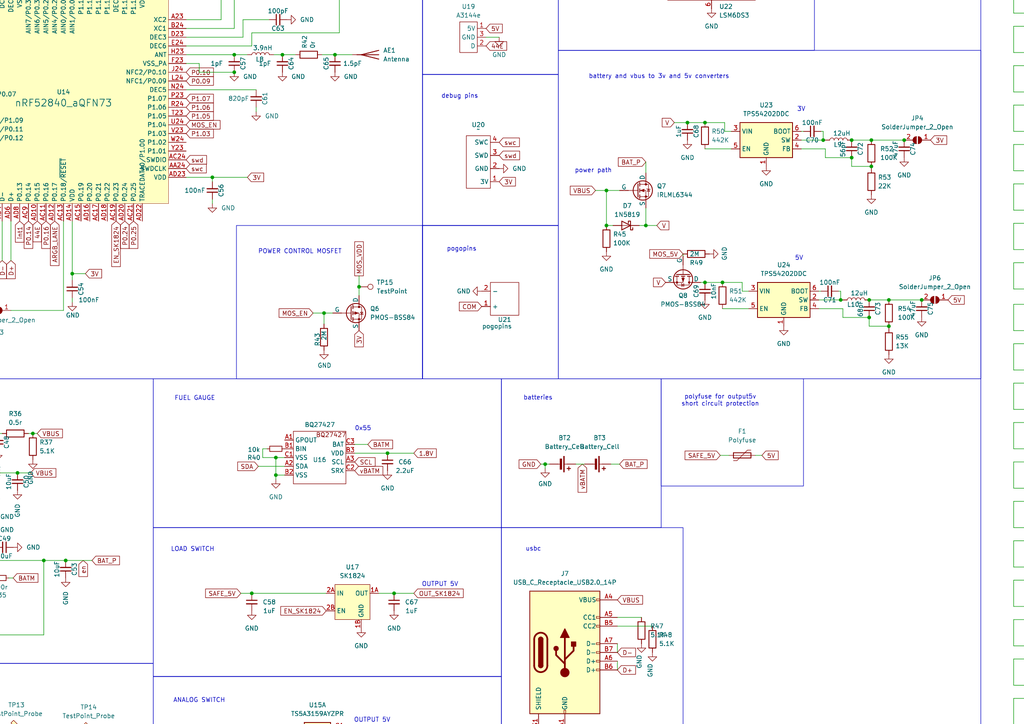
<source format=kicad_sch>
(kicad_sch (version 20231120) (generator "eeschema") (generator_version "8.0")
  (paper "A4")
  (junction (at -41.275 37.465))
  (junction (at 80.01 137.795))
  (junction (at 252.73 48.26))
  (junction (at 12.065 -22.225))
  (junction (at 209.55 81.915))
  (junction (at 187.325 65.405))
  (junction (at 252.095 92.075))
  (junction (at 252.095 86.995))
  (junction (at -5.08 158.75))
  (junction (at 61.595 51.435))
  (junction (at 262.255 40.64))
  (junction (at 204.47 81.915))
  (junction (at 238.76 40.64))
  (junction (at 67.945 15.875))
  (junction (at 247.015 40.64))
  (junction (at 9.525 125.73))
  (junction (at -56.515 -3.175))
  (junction (at 12.065 -17.145))
  (junction (at -3.81 167.64))
  (junction (at 243.84 86.995))
  (junction (at 67.945 20.955))
  (junction (at 267.335 86.995))
  (junction (at -37.465 40.005))
  (junction (at 93.98 90.805))
  (junction (at 252.73 40.64))
  (junction (at 45.085 -8.255))
  (junction (at 80.01 132.715))
  (junction (at -45.085 -3.175))
  (junction (at 20.955 79.375))
  (junction (at -8.89 137.16))
  (junction (at 5.08 137.16))
  (junction (at -45.085 -10.795))
  (junction (at 175.895 65.405))
  (junction (at -5.08 162.56))
  (junction (at 70.485 -10.795))
  (junction (at 67.945 -12.065))
  (junction (at -8.89 149.86))
  (junction (at 317.5 -13.335))
  (junction (at -0.635 125.73))
  (junction (at 19.05 162.56))
  (junction (at 81.915 15.875))
  (junction (at 77.47 234.95))
  (junction (at 112.395 131.445))
  (junction (at 247.015 45.72))
  (junction (at -8.89 176.53))
  (junction (at 114.3 172.085))
  (junction (at 144.145 -13.335))
  (junction (at 199.39 35.56))
  (junction (at 97.155 15.875))
  (junction (at 73.025 172.085))
  (junction (at 67.945 -19.685))
  (junction (at 81.915 213.995))
  (junction (at 257.81 86.995))
  (junction (at 104.14 83.185))
  (junction (at 207.01 -30.48))
  (junction (at 5.715 -22.225))
  (junction (at -8.89 139.7))
  (junction (at -8.89 153.67))
  (junction (at -45.085 90.043))
  (junction (at 12.7 162.56))
  (junction (at 257.81 94.615))
  (junction (at -37.211 90.043))
  (junction (at -8.89 184.15))
  (junction (at 79.375 -10.795))
  (junction (at 175.895 55.245))
  (junction (at 158.115 134.62))
  (junction (at 79.375 -12.065))
  (junction (at 204.47 35.56))
  (no_connect (at 156.21 212.09))
  (no_connect (at 299.72 282.575))
  (no_connect (at 33.655 -6.985))
  (wire (pts (xy 299.72 259.715) (xy 294.005 259.715)))
  (wire (pts (xy -3.175 66.675) (xy -1.905 66.675)))
  (wire (pts (xy -26.035 32.385) (xy -17.145 32.385)))
  (wire (pts (xy 320.04 158.75) (xy 313.055 158.75)))
  (wire (pts (xy -26.035 31.115) (xy -26.035 32.385)))
  (wire (pts (xy -56.515 -10.795) (xy -56.515 -3.175)))
  (wire (pts (xy 79.375 -10.795) (xy 79.375 -9.525)))
  (wire (pts (xy 140.97 -10.795) (xy 152.4 -10.795)))
  (wire (pts (xy 5.715 -17.145) (xy 12.065 -17.145)))
  (wire (pts (xy 294.005 168.275) (xy 294.005 175.895)))
  (wire (pts (xy 294.005 -3.81) (xy 294.005 3.81)))
  (wire (pts (xy -33.655 12.065) (xy -17.145 12.065)))
  (wire (pts (xy 299.72 111.125) (xy 294.005 111.125)))
  (wire (pts (xy 294.005 278.765) (xy 320.04 278.765)))
  (wire (pts (xy 294.005 7.62) (xy 294.005 15.24)))
  (wire (pts (xy 320.04 175.895) (xy 320.04 181.61)))
  (wire (pts (xy 294.005 30.48) (xy 294.005 38.1)))
  (wire (pts (xy 79.375 -10.795) (xy 70.485 -10.795)))
  (wire (pts (xy 243.84 86.995) (xy 237.49 86.995)))
  (wire (pts (xy 3.175 64.135) (xy 3.175 75.565)))
  (wire (pts (xy 294.005 -7.62) (xy 320.04 -7.62)))
  (wire (pts (xy 45.085 -8.255) (xy 46.355 -8.255)))
  (wire (pts (xy 299.72 213.995) (xy 294.005 213.995)))
  (wire (pts (xy -37.211 76.581) (xy -37.211 90.043)))
  (wire (pts (xy 320.04 267.335) (xy 320.04 273.05)))
  (wire (pts (xy 294.005 236.855) (xy 294.005 244.475)))
  (wire (pts (xy 61.595 59.055) (xy 61.595 57.785)))
  (wire (pts (xy -33.655 -3.175) (xy -33.655 12.065)))
  (wire (pts (xy 320.04 221.615) (xy 320.04 227.33)))
  (wire (pts (xy 98.425 9.525) (xy 98.425 -33.655)))
  (wire (pts (xy 299.72 7.62) (xy 294.005 7.62)))
  (wire (pts (xy 294.005 213.995) (xy 294.005 221.615)))
  (wire (pts (xy -3.81 129.54) (xy -8.89 129.54)))
  (wire (pts (xy 198.12 73.66) (xy 198.12 74.295)))
  (wire (pts (xy 144.78 10.795) (xy 140.97 10.795)))
  (wire (pts (xy -47.625 42.545) (xy -17.145 42.545)))
  (wire (pts (xy 144.145 -20.955) (xy 128.905 -20.955)))
  (wire (pts (xy 294.005 191.135) (xy 299.72 191.135)))
  (wire (pts (xy 41.275 -8.255) (xy 41.275 -6.985)))
  (wire (pts (xy 19.05 162.56) (xy 12.7 162.56)))
  (wire (pts (xy 219.075 132.08) (xy 220.98 132.08)))
  (wire (pts (xy 294.005 99.695) (xy 294.005 107.315)))
  (wire (pts (xy 61.595 51.435) (xy 71.755 51.435)))
  (wire (pts (xy 206.375 -27.94) (xy 206.375 -30.48)))
  (wire (pts (xy 53.975 13.335) (xy 73.025 13.335)))
  (wire (pts (xy 74.295 32.385) (xy 74.295 31.115)))
  (wire (pts (xy 299.72 64.77) (xy 294.005 64.77)))
  (wire (pts (xy 252.73 48.895) (xy 252.73 48.26)))
  (wire (pts (xy 320.04 153.035) (xy 320.04 158.75)))
  (wire (pts (xy 299.72 99.695) (xy 294.005 99.695)))
  (wire (pts (xy 294.005 225.425) (xy 294.005 233.045)))
  (wire (pts (xy 294.005 259.715) (xy 294.005 267.335)))
  (wire (pts (xy 294.005 72.39) (xy 320.04 72.39)))
  (wire (pts (xy 0.635 -26.035) (xy 0.635 -22.225)))
  (wire (pts (xy 320.04 26.67) (xy 320.04 32.385)))
  (wire (pts (xy 106.68 128.905) (xy 102.87 128.905)))
  (wire (pts (xy 41.275 -8.255) (xy 45.085 -8.255)))
  (wire (pts (xy 90.805 90.805) (xy 93.98 90.805)))
  (wire (pts (xy 142.875 -8.255) (xy 140.97 -8.255)))
  (wire (pts (xy 77.47 130.175) (xy 76.2 130.175)))
  (wire (pts (xy 320.04 83.82) (xy 320.04 90.17)))
  (wire (pts (xy 158.115 135.89) (xy 158.115 134.62)))
  (wire (pts (xy 239.395 45.72) (xy 247.015 45.72)))
  (wire (pts (xy 239.395 40.64) (xy 238.76 40.64)))
  (wire (pts (xy -39.497 76.581) (xy -37.211 76.581)))
  (wire (pts (xy -8.89 137.16) (xy -8.89 139.7)))
  (wire (pts (xy 294.005 164.465) (xy 320.04 164.465)))
  (wire (pts (xy 320.04 164.465) (xy 320.04 170.18)))
  (wire (pts (xy 2.54 167.64) (xy 3.81 167.64)))
  (wire (pts (xy -43.815 37.465) (xy -41.275 37.465)))
  (wire (pts (xy -8.89 149.86) (xy -8.89 153.67)))
  (wire (pts (xy -61.087 76.581) (xy -61.087 31.115)))
  (wire (pts (xy 299.72 145.415) (xy 294.005 145.415)))
  (wire (pts (xy 76.835 -19.685) (xy 79.375 -19.685)))
  (wire (pts (xy 204.47 35.56) (xy 210.185 35.56)))
  (wire (pts (xy -56.515 -3.175) (xy -55.245 -3.175)))
  (wire (pts (xy 67.945 -12.065) (xy 71.755 -12.065)))
  (wire (pts (xy 294.005 267.335) (xy 320.04 267.335)))
  (wire (pts (xy 208.915 -30.48) (xy 208.915 -27.94)))
  (wire (pts (xy -3.81 167.64) (xy -8.89 167.64)))
  (wire (pts (xy 76.2 132.715) (xy 80.01 132.715)))
  (wire (pts (xy 70.485 5.715) (xy 78.105 5.715)))
  (wire (pts (xy 320.04 227.33) (xy 313.055 227.33)))
  (wire (pts (xy -7.62 137.16) (xy -8.89 137.16)))
  (wire (pts (xy 320.04 261.62) (xy 313.055 261.62)))
  (wire (pts (xy -3.81 184.15) (xy 12.7 184.15)))
  (wire (pts (xy 299.72 -3.81) (xy 294.005 -3.81)))
  (wire (pts (xy 128.905 -20.955) (xy 128.905 -0.635)))
  (wire (pts (xy 67.945 -13.335) (xy 67.945 -12.065)))
  (wire (pts (xy 210.185 35.56) (xy 210.185 38.1)))
  (wire (pts (xy -20.955 50.165) (xy -17.145 50.165)))
  (wire (pts (xy -8.89 176.53) (xy -8.89 184.15)))
  (wire (pts (xy -47.625 50.165) (xy -47.625 42.545)))
  (wire (pts (xy 206.375 -30.48) (xy 207.01 -30.48)))
  (wire (pts (xy 9.525 125.73) (xy 10.795 125.73)))
  (wire (pts (xy 294.005 53.34) (xy 294.005 60.96)))
  (wire (pts (xy 294.005 118.745) (xy 320.04 118.745)))
  (wire (pts (xy 104.14 80.01) (xy 104.14 83.185)))
  (wire (pts (xy 104.14 83.185) (xy 104.14 85.725)))
  (wire (pts (xy 313.055 -13.335) (xy 317.5 -13.335)))
  (wire (pts (xy 38.735 -6.985) (xy 38.735 -26.289)))
  (wire (pts (xy 320.04 -1.905) (xy 313.055 -1.905)))
  (wire (pts (xy -41.275 37.465) (xy -17.145 37.465)))
  (wire (pts (xy 189.23 181.61) (xy 179.07 181.61)))
  (wire (pts (xy -13.335 -17.145) (xy -17.145 -17.145)))
  (wire (pts (xy 294.005 255.905) (xy 320.04 255.905)))
  (wire (pts (xy 98.425 -33.655) (xy 12.065 -33.655)))
  (wire (pts (xy -8.89 158.75) (xy -5.08 158.75)))
  (wire (pts (xy 144.145 -13.335) (xy 151.13 -13.335)))
  (wire (pts (xy 12.7 184.15) (xy 12.7 162.56)))
  (wire (pts (xy 61.595 51.435) (xy 61.595 52.705)))
  (wire (pts (xy -1.905 -17.145) (xy -1.905 -6.985)))
  (wire (pts (xy 320.04 32.385) (xy 313.055 32.385)))
  (wire (pts (xy 20.955 79.375) (xy 20.955 81.28)))
  (wire (pts (xy 73.025 13.335) (xy 73.025 9.525)))
  (wire (pts (xy 320.04 90.17) (xy 313.055 90.17)))
  (wire (pts (xy 61.087 -26.289) (xy 64.262 -26.289)))
  (wire (pts (xy -45.085 -3.175) (xy -33.655 -3.175)))
  (wire (pts (xy -45.085 88.265) (xy -45.085 90.043)))
  (wire (pts (xy 209.55 89.535) (xy 217.17 89.535)))
  (wire (pts (xy -5.08 158.75) (xy -5.08 162.56)))
  (wire (pts (xy 320.04 55.245) (xy 313.055 55.245)))
  (wire (pts (xy 320.04 244.475) (xy 320.04 250.19)))
  (wire (pts (xy 65.405 -10.795) (xy 70.485 -10.795)))
  (wire (pts (xy 299.72 156.845) (xy 294.005 156.845)))
  (wire (pts (xy 320.04 66.675) (xy 313.055 66.675)))
  (wire (pts (xy 80.01 137.795) (xy 82.55 137.795)))
  (wire (pts (xy 320.04 238.76) (xy 313.055 238.76)))
  (wire (pts (xy 294.005 19.05) (xy 294.005 26.67)))
  (wire (pts (xy 320.04 43.815) (xy 313.055 43.815)))
  (wire (pts (xy 320.04 20.955) (xy 313.055 20.955)))
  (wire (pts (xy 80.01 132.715) (xy 82.55 132.715)))
  (wire (pts (xy 109.855 172.085) (xy 114.3 172.085)))
  (wire (pts (xy 243.84 84.455) (xy 243.84 86.995)))
  (wire (pts (xy 317.5 -13.335) (xy 322.58 -13.335)))
  (wire (pts (xy 322.58 -36.83) (xy 322.58 -36.195)))
  (wire (pts (xy 294.005 271.145) (xy 294.005 278.765)))
  (wire (pts (xy 294.005 95.885) (xy 320.04 95.885)))
  (wire (pts (xy 79.375 15.875) (xy 81.915 15.875)))
  (wire (pts (xy 53.975 5.715) (xy 64.135 5.715)))
  (wire (pts (xy 294.005 130.175) (xy 320.04 130.175)))
  (wire (pts (xy -5.08 162.56) (xy -8.89 162.56)))
  (wire (pts (xy 294.005 141.605) (xy 320.04 141.605)))
  (wire (pts (xy 45.085 -18.415) (xy 45.085 -15.875)))
  (wire (pts (xy 257.81 86.995) (xy 252.095 86.995)))
  (wire (pts (xy 320.04 193.04) (xy 313.055 193.04)))
  (wire (pts (xy 65.405 -15.875) (xy 65.405 -10.795)))
  (wire (pts (xy 320.04 187.325) (xy 320.04 193.04)))
  (wire (pts (xy 53.975 10.795) (xy 70.485 10.795)))
  (wire (pts (xy -45.085 90.17) (xy -46.355 90.17)))
  (wire (pts (xy 53.975 26.035) (xy 74.295 26.035)))
  (wire (pts (xy 8.255 125.73) (xy 9.525 125.73)))
  (wire (pts (xy 158.115 134.62) (xy 159.385 134.62)))
  (wire (pts (xy 247.015 48.26) (xy 247.015 45.72)))
  (wire (pts (xy 294.005 133.985) (xy 299.72 133.985)))
  (wire (pts (xy 299.72 53.34) (xy 294.005 53.34)))
  (wire (pts (xy 12.065 -33.655) (xy 12.065 -22.225)))
  (wire (pts (xy -46.355 90.17) (xy -46.355 93.345)))
  (wire (pts (xy 299.72 168.275) (xy 294.005 168.275)))
  (wire (pts (xy 18.415 64.135) (xy 18.415 90.043)))
  (wire (pts (xy -3.81 139.7) (xy -3.81 129.54)))
  (wire (pts (xy 294.005 145.415) (xy 294.005 153.035)))
  (wire (pts (xy 12.7 162.56) (xy -5.08 162.56)))
  (wire (pts (xy -47.117 76.581) (xy -61.087 76.581)))
  (wire (pts (xy 67.945 -19.685) (xy 67.945 -18.415)))
  (wire (pts (xy 244.475 89.535) (xy 244.475 92.075)))
  (wire (pts (xy 294.005 111.125) (xy 294.005 118.745)))
  (wire (pts (xy 76.835 -12.065) (xy 79.375 -12.065)))
  (wire (pts (xy 70.485 10.795) (xy 70.485 5.715)))
  (wire (pts (xy 320.04 107.315) (xy 320.04 113.03)))
  (wire (pts (xy 294.005 -15.24) (xy 294.005 -7.62)))
  (wire (pts (xy -45.085 90.043) (xy -37.211 90.043)))
  (wire (pts (xy 67.945 8.255) (xy 53.975 8.255)))
  (wire (pts (xy 208.915 132.08) (xy 211.455 132.08)))
  (wire (pts (xy 175.895 65.405) (xy 177.8 65.405)))
  (wire (pts (xy 299.72 30.48) (xy 294.005 30.48)))
  (wire (pts (xy 320.04 113.03) (xy 313.055 113.03)))
  (wire (pts (xy 53.975 15.875) (xy 67.945 15.875)))
  (wire (pts (xy 93.98 90.805) (xy 96.52 90.805)))
  (wire (pts (xy 69.85 172.085) (xy 73.025 172.085)))
  (wire (pts (xy 320.04 72.39) (xy 320.04 78.105)))
  (wire (pts (xy 175.895 55.245) (xy 175.895 65.405)))
  (wire (pts (xy 203.2 81.915) (xy 204.47 81.915)))
  (wire (pts (xy -8.89 185.42) (xy -8.89 184.15)))
  (wire (pts (xy 3.175 -22.225) (xy 5.715 -22.225)))
  (wire (pts (xy 238.76 40.64) (xy 232.41 40.64)))
  (wire (pts (xy 294.005 41.91) (xy 294.005 49.53)))
  (wire (pts (xy 252.73 40.64) (xy 247.015 40.64)))
  (wire (pts (xy 320.04 215.9) (xy 313.055 215.9)))
  (wire (pts (xy -3.81 167.64) (xy -3.81 176.53)))
  (wire (pts (xy 182.245 -14.605) (xy 182.245 -10.16)))
  (wire (pts (xy -43.815 40.005) (xy -37.465 40.005)))
  (wire (pts (xy 294.005 225.425) (xy 299.72 225.425)))
  (wire (pts (xy 175.895 55.245) (xy 179.705 55.245)))
  (wire (pts (xy 320.04 130.175) (xy 320.04 135.89)))
  (wire (pts (xy 186.055 179.07) (xy 179.07 179.07)))
  (wire (pts (xy 114.3 172.085) (xy 120.015 172.085)))
  (wire (pts (xy 215.265 84.455) (xy 217.17 84.455)))
  (wire (pts (xy 93.345 15.875) (xy 97.155 15.875)))
  (wire (pts (xy 0.635 -26.035) (xy 5.715 -26.035)))
  (wire (pts (xy 18.415 90.043) (xy 3.175 90.043)))
  (wire (pts (xy 320.04 49.53) (xy 320.04 55.245)))
  (wire (pts (xy 187.325 65.405) (xy 190.5 65.405)))
  (wire (pts (xy 320.04 38.1) (xy 320.04 43.815)))
  (wire (pts (xy 299.72 248.285) (xy 294.005 248.285)))
  (wire (pts (xy 294.005 60.96) (xy 320.04 60.96)))
  (wire (pts (xy 294.005 64.77) (xy 294.005 72.39)))
  (wire (pts (xy 74.93 135.255) (xy 82.55 135.255)))
  (wire (pts (xy 177.165 134.62) (xy 179.705 134.62)))
  (wire (pts (xy 57.785 18.415) (xy 57.785 20.955)))
  (wire (pts (xy 320.04 255.905) (xy 320.04 261.62)))
  (wire (pts (xy 299.72 -15.24) (xy 294.005 -15.24)))
  (wire (pts (xy 294.005 248.285) (xy 294.005 255.905)))
  (wire (pts (xy -33.655 56.515) (xy -33.655 55.245)))
  (wire (pts (xy -37.211 90.043) (xy -4.445 90.043)))
  (wire (pts (xy 320.04 118.745) (xy 320.04 124.46)))
  (wire (pts (xy 294.005 153.035) (xy 320.04 153.035)))
  (wire (pts (xy 294.005 38.1) (xy 320.04 38.1)))
  (wire (pts (xy -8.89 176.53) (xy -8.89 171.45)))
  (wire (pts (xy 156.845 134.62) (xy 158.115 134.62)))
  (wire (pts (xy 320.04 135.89) (xy 313.055 135.89)))
  (wire (pts (xy 320.04 278.765) (xy 320.04 284.48)))
  (wire (pts (xy 320.04 -7.62) (xy 320.04 -1.905)))
  (wire (pts (xy 76.2 130.175) (xy 76.2 132.715)))
  (wire (pts (xy 320.04 124.46) (xy 313.055 124.46)))
  (wire (pts (xy 294.005 3.81) (xy 320.04 3.81)))
  (wire (pts (xy 294.005 122.555) (xy 294.005 130.175)))
  (wire (pts (xy 93.98 93.98) (xy 93.98 90.805)))
  (wire (pts (xy 210.185 38.1) (xy 212.09 38.1)))
  (wire (pts (xy 299.72 41.91) (xy 294.005 41.91)))
  (wire (pts (xy 294.005 187.325) (xy 320.04 187.325)))
  (wire (pts (xy 320.04 170.18) (xy 313.055 170.18)))
  (wire (pts (xy 294.005 15.24) (xy 320.04 15.24)))
  (wire (pts (xy 73.025 172.085) (xy 94.615 172.085)))
  (wire (pts (xy 80.01 137.795) (xy 80.01 132.715)))
  (wire (pts (xy 38.735 -26.289) (xy 43.307 -26.289)))
  (wire (pts (xy 247.015 48.26) (xy 252.73 48.26)))
  (wire (pts (xy -50.165 -3.175) (xy -45.085 -3.175)))
  (wire (pts (xy 252.095 94.615) (xy 252.095 92.075)))
  (wire (pts (xy 299.72 76.2) (xy 294.005 76.2)))
  (wire (pts (xy 20.955 64.135) (xy 20.955 79.375)))
  (wire (pts (xy 112.395 131.445) (xy 120.015 131.445)))
  (wire (pts (xy 79.375 -12.065) (xy 79.375 -10.795)))
  (wire (pts (xy -45.085 90.17) (xy -45.085 90.043)))
  (wire (pts (xy 79.375 213.995) (xy 81.915 213.995)))
  (wire (pts (xy 252.73 40.64) (xy 262.255 40.64)))
  (wire (pts (xy 179.07 191.77) (xy 179.07 194.31)))
  (wire (pts (xy -17.145 9.525) (xy -31.115 9.525)))
  (wire (pts (xy 67.945 -19.685) (xy 71.755 -19.685)))
  (wire (pts (xy 53.975 51.435) (xy 61.595 51.435)))
  (wire (pts (xy 207.01 -30.48) (xy 208.915 -30.48)))
  (wire (pts (xy 257.81 86.995) (xy 267.335 86.995)))
  (wire (pts (xy 294.005 244.475) (xy 320.04 244.475)))
  (wire (pts (xy 79.375 -19.685) (xy 79.375 -12.065)))
  (wire (pts (xy 299.72 236.855) (xy 294.005 236.855)))
  (wire (pts (xy 320.04 181.61) (xy 313.055 181.61)))
  (wire (pts (xy 5.08 137.16) (xy 0 137.16)))
  (wire (pts (xy 320.04 95.885) (xy 320.04 101.6)))
  (wire (pts (xy 294.005 88.265) (xy 294.005 95.885)))
  (wire (pts (xy 73.025 9.525) (xy 98.425 9.525)))
  (wire (pts (xy -45.085 -10.795) (xy -45.085 -9.525)))
  (wire (pts (xy 102.87 131.445) (xy 112.395 131.445)))
  (wire (pts (xy 182.245 -5.08) (xy 191.135 -5.08)))
  (wire (pts (xy 320.04 78.105) (xy 313.055 78.105)))
  (wire (pts (xy 294.005 156.845) (xy 294.005 164.465)))
  (wire (pts (xy 204.47 43.18) (xy 212.09 43.18)))
  (wire (pts (xy -8.89 134.62) (xy -8.89 137.16)))
  (wire (pts (xy 199.39 35.56) (xy 204.47 35.56)))
  (wire (pts (xy 320.04 250.19) (xy 313.055 250.19)))
  (wire (pts (xy 294.005 83.82) (xy 320.04 83.82)))
  (wire (pts (xy 64.135 -19.685) (xy 67.945 -19.685)))
  (wire (pts (xy 244.475 86.995) (xy 243.84 86.995)))
  (wire (pts (xy 19.05 162.56) (xy 26.67 162.56)))
  (wire (pts (xy 237.49 89.535) (xy 244.475 89.535)))
  (wire (pts (xy 244.475 92.075) (xy 252.095 92.075)))
  (wire (pts (xy 320.04 15.24) (xy 320.04 20.955)))
  (wire (pts (xy 320.04 9.525) (xy 313.055 9.525)))
  (wire (pts (xy 294.005 76.2) (xy 294.005 83.82)))
  (wire (pts (xy 299.72 202.565) (xy 294.005 202.565)))
  (wire (pts (xy -20.955 56.515) (xy -20.955 55.245)))
  (wire (pts (xy 64.135 5.715) (xy 64.135 -19.685)))
  (wire (pts (xy 294.005 202.565) (xy 294.005 210.185)))
  (wire (pts (xy 204.47 81.915) (xy 209.55 81.915)))
  (wire (pts (xy 320.04 284.48) (xy 313.055 284.48)))
  (wire (pts (xy 179.705 -14.605) (xy 182.245 -14.605)))
  (wire (pts (xy 233.045 38.1) (xy 232.41 38.1)))
  (wire (pts (xy -56.515 -3.175) (xy -56.515 -0.635)))
  (wire (pts (xy -47.625 56.515) (xy -47.625 55.245)))
  (wire (pts (xy 320.04 273.05) (xy 313.055 273.05)))
  (wire (pts (xy 299.72 271.145) (xy 294.005 271.145)))
  (wire (pts (xy 5.715 -26.035) (xy 5.715 -22.225)))
  (wire (pts (xy -0.635 125.73) (xy 0.635 125.73)))
  (wire (pts (xy 81.915 213.995) (xy 84.455 213.995)))
  (wire (pts (xy 320.04 3.81) (xy 320.04 9.525)))
  (wire (pts (xy 243.205 84.455) (xy 243.84 84.455)))
  (wire (pts (xy -50.165 -10.795) (xy -45.085 -10.795)))
  (wire (pts (xy 294.005 210.185) (xy 320.04 210.185)))
  (wire (pts (xy -61.087 31.115) (xy -26.035 31.115)))
  (wire (pts (xy -37.465 26.035) (xy -37.465 27.94)))
  (wire (pts (xy 187.325 46.99) (xy 187.325 50.165)))
  (wire (pts (xy -5.08 158.75) (xy -1.27 158.75)))
  (wire (pts (xy 80.01 139.065) (xy 80.01 137.795)))
  (wire (pts (xy 294.005 233.045) (xy 320.04 233.045)))
  (wire (pts (xy 238.125 38.1) (xy 238.76 38.1)))
  (wire (pts (xy -45.085 -10.795) (xy -31.115 -10.795)))
  (wire (pts (xy 53.975 18.415) (xy 57.785 18.415)))
  (wire (pts (xy -17.145 47.625) (xy -33.655 47.625)))
  (wire (pts (xy 179.07 186.69) (xy 179.07 189.23)))
  (wire (pts (xy 215.265 81.915) (xy 215.265 84.455)))
  (wire (pts (xy 294.005 26.67) (xy 320.04 26.67)))
  (wire (pts (xy 8.89 137.16) (xy 5.08 137.16)))
  (wire (pts (xy 294.005 107.315) (xy 320.04 107.315)))
  (wire (pts (xy 144.145 -13.335) (xy 140.97 -13.335)))
  (wire (pts (xy -7.62 144.78) (xy -8.89 144.78)))
  (wire (pts (xy 320.04 233.045) (xy 320.04 238.76)))
  (wire (pts (xy -27.305 3.175) (xy -27.305 6.985)))
  (wire (pts (xy -37.465 40.005) (xy -17.145 40.005)))
  (wire (pts (xy 67.945 15.875) (xy 71.755 15.875)))
  (wire (pts (xy -33.655 47.625) (xy -33.655 50.165)))
  (wire (pts (xy 20.955 87.63) (xy 20.955 86.36)))
  (wire (pts (xy 209.55 81.915) (xy 215.265 81.915)))
  (wire (pts (xy 167.005 134.62) (xy 169.545 134.62)))
  (wire (pts (xy 294.005 191.135) (xy 294.005 198.755)))
  (wire (pts (xy 257.81 95.25) (xy 257.81 94.615)))
  (wire (pts (xy 172.72 55.245) (xy 175.895 55.245)))
  (wire (pts (xy 207.01 -34.29) (xy 207.01 -30.48)))
  (wire (pts (xy -45.085 -4.445) (xy -45.085 -3.175)))
  (wire (pts (xy 330.2 -13.335) (xy 330.835 -13.335)))
  (wire (pts (xy 0.635 64.135) (xy 0.635 75.565)))
  (wire (pts (xy 24.765 79.375) (xy 20.955 79.375)))
  (wire (pts (xy 3.175 -6.985) (xy 3.175 -22.225)))
  (wire (pts (xy 294.005 179.705) (xy 294.005 187.325)))
  (wire (pts (xy 185.42 65.405) (xy 187.325 65.405)))
  (wire (pts (xy 320.04 141.605) (xy 320.04 147.32)))
  (wire (pts (xy 320.04 198.755) (xy 320.04 204.47)))
  (wire (pts (xy -1.905 66.675) (xy -1.905 64.135)))
  (wire (pts (xy 77.47 234.95) (xy 83.82 234.95)))
  (wire (pts (xy 294.005 133.985) (xy 294.005 141.605)))
  (wire (pts (xy 299.72 122.555) (xy 294.005 122.555)))
  (wire (pts (xy 320.04 210.185) (xy 320.04 215.9)))
  (wire (pts (xy 97.155 15.875) (xy 102.235 15.875)))
  (wire (pts (xy 320.04 147.32) (xy 313.055 147.32)))
  (wire (pts (xy 5.715 -22.225) (xy 12.065 -22.225)))
  (wire (pts (xy 294.005 175.895) (xy 320.04 175.895)))
  (wire (pts (xy -37.465 35.56) (xy -37.465 40.005)))
  (wire (pts (xy 294.005 198.755) (xy 320.04 198.755)))
  (wire (pts (xy 67.945 -12.065) (xy 67.945 8.255)))
  (wire (pts (xy 299.72 88.265) (xy 294.005 88.265)))
  (wire (pts (xy 299.72 19.05) (xy 294.005 19.05)))
  (wire (pts (xy -56.515 -10.795) (xy -55.245 -10.795)))
  (wire (pts (xy 195.58 35.56) (xy 199.39 35.56)))
  (wire (pts (xy 187.325 65.405) (xy 187.325 60.325)))
  (wire (pts (xy -8.89 125.73) (xy -0.635 125.73)))
  (wire (pts (xy -41.275 37.465) (xy -41.275 35.56)))
  (wire (pts (xy 81.915 15.875) (xy 85.725 15.875)))
  (wire (pts (xy 299.72 179.705) (xy 294.005 179.705)))
  (wire (pts (xy 57.785 20.955) (xy 67.945 20.955)))
  (wire (pts (xy 70.485 -10.795) (xy 70.485 -15.875)))
  (wire (pts (xy 320.04 204.47) (xy 313.055 204.47)))
  (wire (pts (xy -2.54 167.64) (xy -3.81 167.64)))
  (wire (pts (xy 238.125 84.455) (xy 237.49 84.455)))
  (wire (pts (xy -8.255 -17.145) (xy -1.905 -17.145)))
  (wire (pts (xy 232.41 43.18) (xy 239.395 43.18)))
  (wire (pts (xy 320.04 60.96) (xy 320.04 66.675)))
  (wire (pts (xy -27.305 6.985) (xy -17.145 6.985)))
  (wire (pts (xy 26.035 -13.97) (xy 26.035 -6.985)))
  (wire (pts (xy 294.005 49.53) (xy 320.04 49.53)))
  (wire (pts (xy 128.905 -0.635) (xy 142.875 -0.635)))
  (wire (pts (xy 81.915 215.9) (xy 81.915 213.995)))
  (wire (pts (xy -47.625 88.265) (xy -45.085 88.265)))
  (wire (pts (xy 45.085 -8.255) (xy 45.085 -10.795)))
  (wire (pts (xy 238.76 38.1) (xy 238.76 40.64)))
  (wire (pts (xy -31.115 9.525) (xy -31.115 -10.795)))
  (wire (pts (xy 50.927 -26.289) (xy 53.467 -26.289)))
  (wire (pts (xy -41.275 26.035) (xy -41.275 27.94)))
  (wire (pts (xy 239.395 43.18) (xy 239.395 45.72)))
  (wire (pts (xy 252.095 94.615) (xy 257.81 94.615)))
  (wire (pts (xy 294.005 221.615) (xy 320.04 221.615)))
  (wire (pts (xy 76.835 234.95) (xy 77.47 234.95)))
  (wire (pts (xy 320.04 101.6) (xy 313.055 101.6)))
  (wire (pts (xy 142.875 -8.255) (xy 142.875 -0.635)))
  (rectangle (start -50.165 93.345) (end -42.545 102.87))
  (rectangle (start 284.48 -44.45) (end 347.98 295.275))
  (rectangle (start -76.2 109.855) (end 44.45 192.405))
  (rectangle (start 122.555 65.405) (end 161.925 109.855))
  (rectangle (start 44.45 109.855) (end 145.415 153.035))
  (rectangle (start 44.45 196.215) (end 145.415 251.46))
  (rectangle (start 145.415 153.035) (end 198.12 221.615))
  (rectangle (start 68.58 65.405) (end 122.555 109.855))
  (rectangle (start -76.2 -43.815) (end 122.555 109.855))
  (rectangle (start 44.45 153.035) (end 145.415 196.215))
  (rectangle (start 161.925 -43.815) (end 236.22 14.605))
  (rectangle (start 191.77 109.855) (end 233.045 140.97))
  (rectangle (start 161.925 14.605) (end 284.48 109.855))
  (rectangle (start 122.555 21.59) (end 161.925 65.405))
  (rectangle (start 122.555 -43.815) (end 161.925 21.59))
  (rectangle (start 145.415 109.855) (end 191.77 153.035))
  (rectangle (start -76.2 192.405) (end 44.45 221.615))
  (text "a lot of argbleds" (at 289.56 -38.1 0) (effects (font (size 1.27 1.27)) (justify left bottom)))
  (text "2s battery charger circuit" (at -57.15 116.84 0) (effects (font (size 1.27 1.27))))
  (text "usbc" (at 152.4 160.02 0) (effects (font (size 1.27 1.27)) (justify left bottom)))
  (text "RX OF NRF" (at 109.22 214.63 0) (effects (font (size 1.27 1.27))))
  (text "0x55\n" (at 102.87 125.095 0) (effects (font (size 1.27 1.27)) (justify left bottom)))
  (text "ANALOG SWITCH" (at 57.785 203.2 0) (effects (font (size 1.27 1.27))))
  (text "POGOPIN+" (at 75.565 211.455 0) (effects (font (size 1.27 1.27))))
  (text "5V\n" (at 231.775 74.93 0) (effects (font (size 1.27 1.27))))
  (text "polyfuse for output5v\nshort circuit protection" (at 208.915 116.205 0) (effects (font (size 1.27 1.27))))
  (text "OUTPUT 5V" (at 127.635 169.545 0) (effects (font (size 1.27 1.27))))
  (text "power path\n" (at 172.085 49.53 0) (effects (font (size 1.27 1.27))))
  (text "3V" (at 232.41 31.75 0) (effects (font (size 1.27 1.27))))
  (text "debug pins" (at 133.35 27.94 0) (effects (font (size 1.27 1.27))))
  (text "battery and vbus to 3v and 5v converters" (at 191.135 22.225 0) (effects (font (size 1.27 1.27))))
  (text "POWER CONTROL MOSFET" (at 86.995 73.025 0) (effects (font (size 1.27 1.27))))
  (text "gyroscope" (at 173.99 -38.1 0) (effects (font (size 1.27 1.27))))
  (text "FUEL GAUGE\n" (at 56.515 115.57 0) (effects (font (size 1.27 1.27))))
  (text "batteries\n" (at 151.765 116.205 0) (effects (font (size 1.27 1.27)) (justify left bottom)))
  (text "because that there is an orientation\nto the hall effect sensor i have\ntwo footprints that are facing both \nways just incase that one of the\norientations are not correct" (at 142.24 -34.925 0) (effects (font (size 1.27 1.27))))
  (text "voltage test pads\n" (at -16.51 197.485 0) (effects (font (size 1.27 1.27))))
  (text "pogopins" (at 129.54 73.025 0) (effects (font (size 1.27 1.27)) (justify left bottom)))
  (text "OUTPUT 5V" (at 107.95 208.915 0) (effects (font (size 1.27 1.27))))
  (text "nrf" (at -60.96 -33.655 0) (effects (font (size 1.27 1.27))))
  (text "hall effect sensor" (at 132.08 -23.495 0) (effects (font (size 1.27 1.27)) (justify left bottom)))
  (text "LOAD SWITCH" (at 55.88 159.385 0) (effects (font (size 1.27 1.27))))
  (text "GPIO OF NRF" (at 102.87 219.71 0) (effects (font (size 1.27 1.27))))
  (global_label "LED6" (shape input) (at -67.31 152.4 90) (property "Intersheetrefs" "${INTERSHEET_REFS}" (effects (hide yes))))
  (global_label "SAFE_5V" (shape input) (at 208.915 132.08 180) (property "Intersheetrefs" "${INTERSHEET_REFS}" (effects (hide yes))))
  (global_label "GND" (shape input) (at 156.845 134.62 180) (property "Intersheetrefs" "${INTERSHEET_REFS}" (effects (hide yes))))
  (global_label "3V" (shape input) (at 24.765 79.375 0) (property "Intersheetrefs" "${INTERSHEET_REFS}" (effects (hide yes))))
  (global_label "BATM" (shape input) (at 106.68 128.905 0) (property "Intersheetrefs" "${INTERSHEET_REFS}" (effects (hide yes))))
  (global_label "ARGBLED_5V" (shape input) (at 313.055 133.985 0) (property "Intersheetrefs" "${INTERSHEET_REFS}" (effects (hide yes))))
  (global_label "5V" (shape input) (at 274.955 86.995 0) (property "Intersheetrefs" "${INTERSHEET_REFS}" (effects (hide yes))))
  (global_label "5V" (shape input) (at 317.5 -28.575 180) (property "Intersheetrefs" "${INTERSHEET_REFS}" (effects (hide yes))))
  (global_label "P0.09" (shape input) (at 53.975 23.495 0) (property "Intersheetrefs" "${INTERSHEET_REFS}" (effects (hide yes))))
  (global_label "D-" (shape input) (at 0.635 75.565 270) (property "Intersheetrefs" "${INTERSHEET_REFS}" (effects (hide yes))))
  (global_label "ARGBLED_5V" (shape input) (at 313.055 64.77 0) (property "Intersheetrefs" "${INTERSHEET_REFS}" (effects (hide yes))))
  (global_label "5V" (shape input) (at -13.335 212.725 0) (property "Intersheetrefs" "${INTERSHEET_REFS}" (effects (hide yes))))
  (global_label "IN_TS5A3159AYZPR" (shape input) (at 92.075 221.615 0) (property "Intersheetrefs" "${INTERSHEET_REFS}" (effects (hide yes))))
  (global_label "5V" (shape input) (at 140.97 8.255 0) (property "Intersheetrefs" "${INTERSHEET_REFS}" (effects (hide yes))))
  (global_label "ARGBLED_5V" (shape input) (at 313.055 53.34 0) (property "Intersheetrefs" "${INTERSHEET_REFS}" (effects (hide yes))))
  (global_label "BAT_P" (shape input) (at 187.325 46.99 180) (property "Intersheetrefs" "${INTERSHEET_REFS}" (effects (hide yes))))
  (global_label "3V" (shape input) (at 6.35 212.09 0) (property "Intersheetrefs" "${INTERSHEET_REFS}" (effects (hide yes))))
  (global_label "5V" (shape input) (at 151.13 -13.335 0) (property "Intersheetrefs" "${INTERSHEET_REFS}" (effects (hide yes))))
  (global_label "COM" (shape input) (at 139.7 88.9 180) (property "Intersheetrefs" "${INTERSHEET_REFS}" (effects (hide yes))))
  (global_label "P0.02" (shape input) (at 18.415 -6.985 90) (property "Intersheetrefs" "${INTERSHEET_REFS}" (effects (hide yes))))
  (global_label "int1" (shape input) (at 221.615 -20.32 0) (property "Intersheetrefs" "${INTERSHEET_REFS}" (effects (hide yes))))
  (global_label "ARGBLED_5V" (shape input) (at 313.055 179.705 0) (property "Intersheetrefs" "${INTERSHEET_REFS}" (effects (hide yes))))
  (global_label "3V" (shape input) (at -37.465 26.035 90) (property "Intersheetrefs" "${INTERSHEET_REFS}" (effects (hide yes))))
  (global_label "MOS_5V" (shape input) (at 31.115 -6.985 90) (property "Intersheetrefs" "${INTERSHEET_REFS}" (effects (hide yes))))
  (global_label "ARGBLED_5V" (shape input) (at 313.055 225.425 0) (property "Intersheetrefs" "${INTERSHEET_REFS}" (effects (hide yes))))
  (global_label "ARGBLED_5V" (shape input) (at 313.055 99.695 0) (property "Intersheetrefs" "${INTERSHEET_REFS}" (effects (hide yes))))
  (global_label "ARGBLED_5V" (shape input) (at 313.055 -15.24 0) (property "Intersheetrefs" "${INTERSHEET_REFS}" (effects (hide yes))))
  (global_label "D-" (shape input) (at 179.07 189.23 0) (property "Intersheetrefs" "${INTERSHEET_REFS}" (effects (hide yes))))
  (global_label "swc" (shape input) (at 144.78 41.275 0) (property "Intersheetrefs" "${INTERSHEET_REFS}" (effects (hide yes))))
  (global_label "D+" (shape input) (at -44.45 128.27 180) (property "Intersheetrefs" "${INTERSHEET_REFS}" (effects (hide yes))))
  (global_label "P0.30" (shape input) (at 10.795 -6.985 90) (property "Intersheetrefs" "${INTERSHEET_REFS}" (effects (hide yes))))
  (global_label "P0.07" (shape input) (at -17.145 27.305 180) (property "Intersheetrefs" "${INTERSHEET_REFS}" (effects (hide yes))))
  (global_label "D+" (shape input) (at 3.175 75.565 270) (property "Intersheetrefs" "${INTERSHEET_REFS}" (effects (hide yes))))
  (global_label "COM" (shape input) (at 79.375 213.995 180) (property "Intersheetrefs" "${INTERSHEET_REFS}" (effects (hide yes))))
  (global_label "ARGBLED_5V" (shape input) (at 313.055 88.265 0) (property "Intersheetrefs" "${INTERSHEET_REFS}" (effects (hide yes))))
  (global_label "OUT_SK1824" (shape input) (at 120.015 172.085 0) (property "Intersheetrefs" "${INTERSHEET_REFS}" (effects (hide yes))))
  (global_label "VBUS" (shape input) (at -3.175 66.675 180) (property "Intersheetrefs" "${INTERSHEET_REFS}" (effects (hide yes))))
  (global_label "VBUS" (shape input) (at 10.795 125.73 0) (property "Intersheetrefs" "${INTERSHEET_REFS}" (effects (hide yes))))
  (global_label "swc" (shape input) (at 53.975 48.895 0) (property "Intersheetrefs" "${INTERSHEET_REFS}" (effects (hide yes))))
  (global_label "44E" (shape input) (at 10.795 64.135 270) (property "Intersheetrefs" "${INTERSHEET_REFS}" (effects (hide yes))))
  (global_label "1.8V" (shape input) (at 120.015 131.445 0) (property "Intersheetrefs" "${INTERSHEET_REFS}" (effects (hide yes))))
  (global_label "RX_TS5A3159AYZPR" (shape input) (at 99.695 216.535 0) (property "Intersheetrefs" "${INTERSHEET_REFS}" (effects (hide yes))))
  (global_label "ARGBLED_5V" (shape input) (at 313.055 248.285 0) (property "Intersheetrefs" "${INTERSHEET_REFS}" (effects (hide yes))))
  (global_label "ARGBLED_5V" (shape input) (at 313.055 122.555 0) (property "Intersheetrefs" "${INTERSHEET_REFS}" (effects (hide yes))))
  (global_label "ARGBLED_5V" (shape input) (at 313.055 145.415 0) (property "Intersheetrefs" "${INTERSHEET_REFS}" (effects (hide yes))))
  (global_label "vBATM" (shape input) (at 168.91 134.62 270) (property "Intersheetrefs" "${INTERSHEET_REFS}" (effects (hide yes))))
  (global_label "ARGBLED_5V" (shape input) (at 313.055 168.275 0) (property "Intersheetrefs" "${INTERSHEET_REFS}" (effects (hide yes))))
  (global_label "BAT_P" (shape input) (at 27.305 212.725 0) (property "Intersheetrefs" "${INTERSHEET_REFS}" (effects (hide yes))))
  (global_label "swd" (shape input) (at 144.78 45.085 0) (property "Intersheetrefs" "${INTERSHEET_REFS}" (effects (hide yes))))
  (global_label "3V" (shape input) (at -41.275 26.035 90) (property "Intersheetrefs" "${INTERSHEET_REFS}" (effects (hide yes))))
  (global_label "VBUS" (shape input) (at 172.72 55.245 180) (property "Intersheetrefs" "${INTERSHEET_REFS}" (effects (hide yes))))
  (global_label "OUT_SK1824" (shape input) (at 99.695 211.455 0) (property "Intersheetrefs" "${INTERSHEET_REFS}" (effects (hide yes))))
  (global_label "EN_SK1824" (shape input) (at 33.655 64.135 270) (property "Intersheetrefs" "${INTERSHEET_REFS}" (effects (hide yes))))
  (global_label "P0.31" (shape input) (at 8.255 -6.985 90) (property "Intersheetrefs" "${INTERSHEET_REFS}" (effects (hide yes))))
  (global_label "RX_TS5A3159AYZPR" (shape input) (at -17.145 29.845 180) (property "Intersheetrefs" "${INTERSHEET_REFS}" (effects (hide yes))))
  (global_label "D-" (shape input) (at -44.45 124.46 180) (property "Intersheetrefs" "${INTERSHEET_REFS}" (effects (hide yes))))
  (global_label "3V" (shape input) (at 104.14 95.885 270) (property "Intersheetrefs" "${INTERSHEET_REFS}" (effects (hide yes))))
  (global_label "3V" (shape input) (at 71.755 51.435 0) (property "Intersheetrefs" "${INTERSHEET_REFS}" (effects (hide yes))))
  (global_label "EN_SK1824" (shape input) (at 94.615 177.165 180) (property "Intersheetrefs" "${INTERSHEET_REFS}" (effects (hide yes))))
  (global_label "P1.05" (shape input) (at 53.975 33.655 0) (property "Intersheetrefs" "${INTERSHEET_REFS}" (effects (hide yes))))
  (global_label "ARGBLED_5V" (shape input) (at 313.055 271.145 0) (property "Intersheetrefs" "${INTERSHEET_REFS}" (effects (hide yes))))
  (global_label "int1" (shape input) (at 5.715 64.135 270) (property "Intersheetrefs" "${INTERSHEET_REFS}" (effects (hide yes))))
  (global_label "DCCH" (shape input) (at -17.145 45.085 180) (effects (font (size 1.524 1.524))) (property "Intersheetrefs" "${INTERSHEET_REFS}" (effects (hide yes))))
  (global_label "3V" (shape input) (at 46.355 -8.255 0) (property "Intersheetrefs" "${INTERSHEET_REFS}" (effects (hide yes))))
  (global_label "VBUS" (shape input) (at 179.07 173.99 0) (property "Intersheetrefs" "${INTERSHEET_REFS}" (effects (hide yes))))
  (global_label "MOS_EN" (shape input) (at 53.975 36.195 0) (property "Intersheetrefs" "${INTERSHEET_REFS}" (effects (hide yes))))
  (global_label "ARGBLED_5V" (shape input) (at 313.055 156.845 0) (property "Intersheetrefs" "${INTERSHEET_REFS}" (effects (hide yes))))
  (global_label "LED6" (shape input) (at -36.83 143.51 180) (property "Intersheetrefs" "${INTERSHEET_REFS}" (effects (hide yes))))
  (global_label "SDA" (shape input) (at -43.815 40.005 180) (property "Intersheetrefs" "${INTERSHEET_REFS}" (effects (hide yes))))
  (global_label "BAT_P" (shape input) (at 26.67 162.56 0) (property "Intersheetrefs" "${INTERSHEET_REFS}" (effects (hide yes))))
  (global_label "MOS_LED_5V" (shape input) (at 322.58 -36.83 180) (property "Intersheetrefs" "${INTERSHEET_REFS}" (effects (hide yes))))
  (global_label "IN_TS5A3159AYZPR" (shape input) (at 23.495 -6.985 90) (property "Intersheetrefs" "${INTERSHEET_REFS}" (effects (hide yes))))
  (global_label "3V" (shape input) (at 269.875 40.64 0) (property "Intersheetrefs" "${INTERSHEET_REFS}" (effects (hide yes))))
  (global_label "V" (shape input) (at 193.04 81.915 180) (property "Intersheetrefs" "${INTERSHEET_REFS}" (effects (hide yes))))
  (global_label "3V" (shape input) (at 76.835 234.95 180) (property "Intersheetrefs" "${INTERSHEET_REFS}" (effects (hide yes))))
  (global_label "D+" (shape input) (at 179.07 194.31 0) (property "Intersheetrefs" "${INTERSHEET_REFS}" (effects (hide yes))))
  (global_label "MOS_VDD" (shape passive) (at 179.705 -14.605 180) (property "Intersheetrefs" "${INTERSHEET_REFS}" (effects (hide yes))))
  (global_label "V" (shape input) (at 195.58 35.56 180) (property "Intersheetrefs" "${INTERSHEET_REFS}" (effects (hide yes))))
  (global_label "P0.10" (shape input) (at 53.975 20.955 0) (property "Intersheetrefs" "${INTERSHEET_REFS}" (effects (hide yes))))
  (global_label "3V" (shape input) (at -55.245 88.265 180) (property "Intersheetrefs" "${INTERSHEET_REFS}" (effects (hide yes))))
  (global_label "ARGBLED_5V" (shape input) (at 313.055 259.715 0) (property "Intersheetrefs" "${INTERSHEET_REFS}" (effects (hide yes))))
  (global_label "P0.03" (shape input) (at 20.955 -6.985 90) (property "Intersheetrefs" "${INTERSHEET_REFS}" (effects (hide yes))))
  (global_label "P0.16" (shape input) (at 13.335 64.135 270) (property "Intersheetrefs" "${INTERSHEET_REFS}" (effects (hide yes))))
  (global_label "SAFE_5V" (shape input) (at 69.85 172.085 180) (property "Intersheetrefs" "${INTERSHEET_REFS}" (effects (hide yes))))
  (global_label "P1.07" (shape input) (at 53.975 28.575 0) (property "Intersheetrefs" "${INTERSHEET_REFS}" (effects (hide yes))))
  (global_label "en" (shape input) (at -36.83 166.37 180) (property "Intersheetrefs" "${INTERSHEET_REFS}" (effects (hide yes))))
  (global_label "MOS_VDD" (shape passive) (at 207.01 -34.29 180) (property "Intersheetrefs" "${INTERSHEET_REFS}" (effects (hide yes))))
  (global_label "BAT_P" (shape input) (at 179.705 134.62 0) (property "Intersheetrefs" "${INTERSHEET_REFS}" (effects (hide yes))))
  (global_label "44E" (shape input) (at 140.97 13.335 0) (property "Intersheetrefs" "${INTERSHEET_REFS}" (effects (hide yes))))
  (global_label "ARGBLED_5V" (shape input) (at 313.055 191.135 0) (property "Intersheetrefs" "${INTERSHEET_REFS}" (effects (hide yes))))
  (global_label "P1.03" (shape input) (at 53.975 38.735 0) (property "Intersheetrefs" "${INTERSHEET_REFS}" (effects (hide yes))))
  (global_label "SDA" (shape input) (at 191.135 -10.16 180) (property "Intersheetrefs" "${INTERSHEET_REFS}" (effects (hide yes))))
  (global_label "P0.14" (shape input) (at 8.255 64.135 270) (property "Intersheetrefs" "${INTERSHEET_REFS}" (effects (hide yes))))
  (global_label "ARGBLED_5V" (shape input) (at 313.055 30.48 0) (property "Intersheetrefs" "${INTERSHEET_REFS}" (effects (hide yes))))
  (global_label "P1.06" (shape input) (at 53.975 31.115 0) (property "Intersheetrefs" "${INTERSHEET_REFS}" (effects (hide yes))))
  (global_label "ARGBLED_5V" (shape input) (at 313.055 213.995 0) (property "Intersheetrefs" "${INTERSHEET_REFS}" (effects (hide yes))))
  (global_label "ARGBLED_5V" (shape input) (at 313.055 19.05 0) (property "Intersheetrefs" "${INTERSHEET_REFS}" (effects (hide yes))))
  (global_label "ARGBLED_5V" (shape input) (at 313.055 -3.81 0) (property "Intersheetrefs" "${INTERSHEET_REFS}" (effects (hide yes))))
  (global_label "P0.29" (shape input) (at 13.335 -6.985 90) (property "Intersheetrefs" "${INTERSHEET_REFS}" (effects (hide yes))))
  (global_label "MOS_LED_5V" (shape input) (at 28.575 -6.985 90) (property "Intersheetrefs" "${INTERSHEET_REFS}" (effects (hide yes))))
  (global_label "P0.28" (shape input) (at 15.875 -6.985 90) (property "Intersheetrefs" "${INTERSHEET_REFS}" (effects (hide yes))))
  (global_label "5V" (shape input) (at 220.98 132.08 0) (property "Intersheetrefs" "${INTERSHEET_REFS}" (effects (hide yes))))
  (global_label "ARGBLED_5V" (shape input) (at 313.055 7.62 0) (property "Intersheetrefs" "${INTERSHEET_REFS}" (effects (hide yes))))
  (global_label "ARGB_LANE" (shape input) (at 15.875 64.135 270) (property "Intersheetrefs" "${INTERSHEET_REFS}" (effects (hide yes))))
  (global_label "en" (shape input) (at 24.13 162.56 270) (property "Intersheetrefs" "${INTERSHEET_REFS}" (effects (hide yes))))
  (global_label "ARGBLED_5V" (shape input) (at 313.055 282.575 0) (property "Intersheetrefs" "${INTERSHEET_REFS}" (effects (hide yes))))
  (global_label "ARGB_LANE" (shape input) (at 330.835 -13.335 0) (property "Intersheetrefs" "${INTERSHEET_REFS}" (effects (hide yes))))
  (global_label "MOS_VDD" (shape passive) (at 104.14 80.01 90) (property "Intersheetrefs" "${INTERSHEET_REFS}" (effects (hide yes))))
  (global_label "MOS_5V" (shape input) (at 198.12 73.66 180) (property "Intersheetrefs" "${INTERSHEET_REFS}" (effects (hide yes))))
  (global_label "ARGBLED_5V" (shape input) (at 313.055 111.125 0) (property "Intersheetrefs" "${INTERSHEET_REFS}" (effects (hide yes))))
  (global_label "SCL" (shape input) (at 191.135 -7.62 180) (property "Intersheetrefs" "${INTERSHEET_REFS}" (effects (hide yes))))
  (global_label "3V" (shape input) (at -47.625 42.545 180) (property "Intersheetrefs" "${INTERSHEET_REFS}" (effects (hide yes))))
  (global_label "MOS_EN" (shape input) (at 90.805 90.805 180) (property "Intersheetrefs" "${INTERSHEET_REFS}" (effects (hide yes))))
  (global_label "P0.24" (shape input) (at 36.195 64.135 270) (property "Intersheetrefs" "${INTERSHEET_REFS}" (effects (hide yes))))
  (global_label "3V" (shape input) (at -5.715 -17.145 90) (property "Intersheetrefs" "${INTERSHEET_REFS}" (effects (hide yes))))
  (global_label "VBUS" (shape input) (at 8.89 137.16 0) (property "Intersheetrefs" "${INTERSHEET_REFS}" (effects (hide yes))))
  (global_label "ARGBLED_5V" (shape input) (at 313.055 41.91 0) (property "Intersheetrefs" "${INTERSHEET_REFS}" (effects (hide yes))))
  (global_label "V" (shape input) (at 190.5 65.405 0) (property "Intersheetrefs" "${INTERSHEET_REFS}" (effects (hide yes))))
  (global_label "ARGBLED_5V" (shape input) (at 327.66 -28.575 0) (property "Intersheetrefs" "${INTERSHEET_REFS}" (effects (hide yes))))
  (global_label "44E" (shape input) (at 142.875 -3.175 0) (property "Intersheetrefs" "${INTERSHEET_REFS}" (effects (hide yes))))
  (global_label "swd" (shape input) (at 53.975 46.355 0) (property "Intersheetrefs" "${INTERSHEET_REFS}" (effects (hide yes))))
  (global_label "P0.14" (shape input) (at -41.91 139.7 180) (property "Intersheetrefs" "${INTERSHEET_REFS}" (effects (hide yes))))
  (global_label "SDA" (shape input) (at 74.93 135.255 180) (property "Intersheetrefs" "${INTERSHEET_REFS}" (effects (hide yes))))
  (global_label "VBUS" (shape input) (at -37.465 213.36 0) (property "Intersheetrefs" "${INTERSHEET_REFS}" (effects (hide yes))))
  (global_label "3V" (shape input) (at -33.655 47.625 180) (property "Intersheetrefs" "${INTERSHEET_REFS}" (effects (hide yes))))
  (global_label "SCL" (shape input) (at 102.87 133.985 0) (property "Intersheetrefs" "${INTERSHEET_REFS}" (effects (hide yes))))
  (global_label "P0.25" (shape input) (at 38.735 64.135 270) (property "Intersheetrefs" "${INTERSHEET_REFS}" (effects (hide yes))))
  (global_label "BATM" (shape input) (at 3.81 167.64 0) (property "Intersheetrefs" "${INTERSHEET_REFS}" (effects (hide yes))))
  (global_label "ARGBLED_5V" (shape input) (at 313.055 202.565 0) (property "Intersheetrefs" "${INTERSHEET_REFS}" (effects (hide yes))))
  (global_label "SCL" (shape input) (at -43.815 37.465 180) (property "Intersheetrefs" "${INTERSHEET_REFS}" (effects (hide yes))))
  (global_label "ARGBLED_5V" (shape input) (at 313.055 236.855 0) (property "Intersheetrefs" "${INTERSHEET_REFS}" (effects (hide yes))))
  (global_label "3V" (shape input) (at 144.78 52.705 0) (property "Intersheetrefs" "${INTERSHEET_REFS}" (effects (hide yes))))
  (global_label "vBATM" (shape input) (at 102.87 136.525 0) (property "Intersheetrefs" "${INTERSHEET_REFS}" (effects (hide yes))))
  (global_label "ARGBLED_5V" (shape input) (at 313.055 76.2 0) (property "Intersheetrefs" "${INTERSHEET_REFS}" (effects (hide yes))))
  (symbol (lib_id "Device:Crystal_GND24_Small") (at 67.945 -15.875 90) (unit 1)
    (property "Reference" "X4" (at 67.945 -18.415 90))
    (property "Value" "32MHZ" (at 67.945 -13.335 90))
    (property "Footprint" "Librarym:crystal 32mhz" (effects (hide yes)))
  )
  (symbol (lib_id "Device:R") (at 175.895 69.215 0) (unit 1)
    (property "Reference" "R45" (at 177.8 67.9449 0) (effects (justify left)))
    (property "Value" "100K" (at 177.8 70.4849 0) (effects (justify left)))
    (property "Footprint" "Resistor_SMD:R_0402_1005Metric" (effects (hide yes)))
    (property "Description" "Resistor" (effects (hide yes)))
  )
  (symbol (lib_id "Device:R") (at 189.23 185.42 180) (unit 1)
    (property "Reference" "R48" (at 191.135 184.1499 0) (effects (justify right)))
    (property "Value" "5.1K" (at 191.135 186.6899 0) (effects (justify right)))
    (property "Footprint" "Resistor_SMD:R_0402_1005Metric" (effects (hide yes)))
  )
  (symbol (lib_id "Connector:TestPoint_Probe") (at -37.465 213.36 90) (unit 1)
    (property "Reference" "TP11" (at -39.0525 205.74 90))
    (property "Value" "TestPoint_Probe" (at -39.0525 208.28 90))
    (property "Footprint" "Librarys:testPads" (effects (hide yes)))
    (property "Description" "test point (alternative probe-style design)" (effects (hide yes)))
  )
  (symbol (lib_id "Device:C_Small") (at -6.35 176.53 90) (unit 1)
    (property "Reference" "C46" (at -6.35 179.07 90))
    (property "Value" "100nF" (at -6.35 173.99 90))
    (property "Footprint" "Capacitor_SMD:C_0402_1005Metric" (effects (hide yes)))
  )
  (symbol (lib_id "Device:R_Small") (at -39.37 132.08 90) (unit 1)
    (property "Reference" "R27" (at -39.37 137.0584 90))
    (property "Value" "120K" (at -39.37 134.747 90))
    (property "Footprint" "Resistor_SMD:R_0402_1005Metric" (effects (hide yes)))
  )
  (symbol (lib_id "power:GND") (at -41.91 132.08 270) (unit 1)
    (property "Reference" "#PWR084" (effects (hide yes)))
    (property "Value" "GND" (at -46.99 132.08 0))
  )
  (symbol (lib_id "Connector:TestPoint_Probe") (at 317.5 -13.335 270) (unit 1)
    (property "Reference" "TP16" (at 321.945 -13.0176 90) (effects (justify left)))
    (property "Value" "TestPoint_Probe" (at 321.945 -10.4776 90) (effects (justify left)))
    (property "Footprint" "Librarys:testPads" (effects (hide yes)))
    (property "Description" "test point (alternative probe-style design)" (effects (hide yes)))
  )
  (symbol (lib_id "power:GND") (at 299.72 158.75 0) (unit 1)
    (property "Reference" "#PWR0161" (effects (hide yes)))
    (property "Value" "GND" (at 299.72 163.195 0))
  )
  (symbol (lib_id "Device:C_Small") (at 5.08 139.7 180) (unit 1)
    (property "Reference" "C50" (at 7.62 139.7 90))
    (property "Value" "10uF" (at 2.54 139.7 90))
    (property "Footprint" "Capacitor_SMD:C_0402_1005Metric" (effects (hide yes)))
  )
  (symbol (lib_id "Device:R") (at 257.81 99.06 0) (unit 1)
    (property "Reference" "R55" (at 259.715 97.7899 0) (effects (justify left)))
    (property "Value" "13K" (at 259.715 100.3299 0) (effects (justify left)))
    (property "Footprint" "Resistor_SMD:R_0402_1005Metric" (effects (hide yes)))
    (property "Description" "Resistor" (effects (hide yes)))
  )
  (symbol (lib_id "Device:R_Small") (at -39.37 147.32 90) (unit 1)
    (property "Reference" "R30" (at -39.37 152.2984 90))
    (property "Value" "68K" (at -39.37 149.987 90))
    (property "Footprint" "Resistor_SMD:R_0402_1005Metric" (effects (hide yes)))
  )
  (symbol (lib_id "Device:R") (at 57.277 -26.289 90) (unit 1)
    (property "Reference" "R39" (at 56.1086 -28.067 0) (effects (justify left)))
    (property "Value" "1K" (at 58.42 -28.067 0) (effects (justify left)))
    (property "Footprint" "Resistor_SMD:R_0402_1005Metric" (effects (hide yes)))
  )
  (symbol (lib_id "power:GND") (at 299.72 227.33 0) (unit 1)
    (property "Reference" "#PWR0167" (effects (hide yes)))
    (property "Value" "GND" (at 299.72 231.775 0))
  )
  (symbol (lib_id "power:GND") (at 77.47 240.03 0) (unit 1)
    (property "Reference" "#PWR0115" (effects (hide yes)))
    (property "Value" "GND" (at 77.47 245.11 0))
  )
  (symbol (lib_id "Device:C_Small") (at 97.155 18.415 0) (unit 1)
    (property "Reference" "C65" (at 94.615 18.415 90))
    (property "Value" "1.5pF" (at 102.235 18.415 0))
    (property "Footprint" "Capacitor_SMD:C_0402_1005Metric" (effects (hide yes)))
  )
  (symbol (lib_id "power:GND") (at 299.72 261.62 0) (unit 1)
    (property "Reference" "#PWR0170" (effects (hide yes)))
    (property "Value" "GND" (at 299.72 266.065 0))
  )
  (symbol (lib_id "power:GND") (at 9.525 133.35 0) (unit 1)
    (property "Reference" "#PWR0104" (effects (hide yes)))
    (property "Value" "GND" (at 8.89 136.525 90) (effects (justify right)))
  )
  (symbol (lib_id "power:GND") (at 139.7 84.455 270) (unit 1)
    (property "Reference" "#PWR0127" (effects (hide yes)))
    (property "Value" "GND" (at 136.525 84.4549 90) (effects (justify right)))
  )
  (symbol (lib_id "Device:R_Small") (at -39.37 162.56 90) (unit 1)
    (property "Reference" "R33" (at -39.37 167.5384 90))
    (property "Value" "91K" (at -39.37 165.227 90))
    (property "Footprint" "Resistor_SMD:R_0402_1005Metric" (effects (hide yes)))
  )
  (symbol (lib_id "library:argbled") (at 306.705 245.745 0) (unit 1)
    (property "Reference" "D31" (at 306.3875 246.38 0))
    (property "Value" "~" (at 306.705 245.745 0))
    (property "Footprint" "LibraryD:Led-ARGB" (effects (hide yes)))
  )
  (symbol (lib_id "power:GND") (at 61.595 59.055 0) (unit 1)
    (property "Reference" "#PWR0110" (effects (hide yes)))
    (property "Value" "GND" (at 64.135 60.3249 0) (effects (justify left)))
  )
  (symbol (lib_id "power:GND") (at 222.25 48.26 0) (unit 1)
    (property "Reference" "#PWR0140" (effects (hide yes)))
    (property "Value" "GND" (at 222.25 53.34 0))
  )
  (symbol (lib_id "power:GND") (at 144.78 10.795 0) (unit 1)
    (property "Reference" "#PWR0128" (effects (hide yes)))
    (property "Value" "GND" (at 144.78 15.875 0))
  )
  (symbol (lib_id "power:GND") (at 299.72 193.04 0) (unit 1)
    (property "Reference" "#PWR0164" (effects (hide yes)))
    (property "Value" "GND" (effects (hide yes)))
  )
  (symbol (lib_id "power:GND") (at 299.72 238.76 0) (unit 1)
    (property "Reference" "#PWR0168" (effects (hide yes)))
    (property "Value" "GND" (at 299.72 243.205 0))
  )
  (symbol (lib_id "power:GND") (at 299.72 273.05 0) (unit 1)
    (property "Reference" "#PWR0171" (effects (hide yes)))
    (property "Value" "GND" (at 299.72 277.495 0))
  )
  (symbol (lib_id "Connector:TestPoint_Probe") (at 6.35 212.09 90) (unit 1)
    (property "Reference" "TP13" (at 4.7625 204.47 90))
    (property "Value" "TestPoint_Probe" (at 4.7625 207.01 90))
    (property "Footprint" "Librarys:testPads" (effects (hide yes)))
    (property "Description" "test point (alternative probe-style design)" (effects (hide yes)))
  )
  (symbol (lib_id "Device:R_Small") (at -67.31 154.94 180) (unit 1)
    (property "Reference" "R24" (at -62.3316 154.94 90))
    (property "Value" "1K" (at -64.643 154.94 90))
    (property "Footprint" "Resistor_SMD:R_0402_1005Metric" (effects (hide yes)))
  )
  (symbol (lib_id "Device:C_Small") (at 73.025 174.625 0) (unit 1)
    (property "Reference" "C58" (at 78.105 174.625 0))
    (property "Value" "1uF" (at 78.105 177.165 0))
    (property "Footprint" "Capacitor_SMD:C_0402_1005Metric" (effects (hide yes)))
    (property "Description" "Unpolarized capacitor, small symbol" (effects (hide yes)))
  )
  (symbol (lib_id "library:argbled") (at 306.705 200.025 0) (unit 1)
    (property "Reference" "D27" (at 306.3875 200.66 0))
    (property "Value" "~" (at 306.705 200.025 0))
    (property "Footprint" "LibraryD:Led-ARGB" (effects (hide yes)))
  )
  (symbol (lib_id "Device:C_Small") (at 74.295 -19.685 270) (unit 1)
    (property "Reference" "C59" (at 74.295 -22.225 90))
    (property "Value" "12pF" (at 74.295 -17.145 90))
    (property "Footprint" "Capacitor_SMD:C_0402_1005Metric" (effects (hide yes)))
  )
  (symbol (lib_id "Jumper:SolderJumper_2_Open") (at 271.145 86.995 180) (unit 1)
    (property "Reference" "JP6" (at 271.145 80.645 0))
    (property "Value" "SolderJumper_2_Open" (at 271.145 83.185 0))
    (property "Footprint" "LibraryD:SolderBridge" (effects (hide yes)))
    (property "Description" "Solder Jumper, 2-pole, open" (effects (hide yes)))
  )
  (symbol (lib_id "library:argbled") (at 306.705 211.455 0) (unit 1)
    (property "Reference" "D28" (at 306.3875 212.09 0))
    (property "Value" "~" (at 306.705 211.455 0))
    (property "Footprint" "LibraryD:Led-ARGB" (effects (hide yes)))
  )
  (symbol (lib_id "power:GND") (at -3.81 149.86 90) (unit 1)
    (property "Reference" "#PWR098" (effects (hide yes)))
    (property "Value" "GND" (at 0 149.8599 90) (effects (justify right)))
  )
  (symbol (lib_id "power:GND") (at -56.515 -0.635 0) (unit 1)
    (property "Reference" "#PWR081" (effects (hide yes)))
    (property "Value" "GND" (at -56.515 4.445 0))
  )
  (symbol (lib_id "power:GND") (at 3.81 158.75 90) (unit 1)
    (property "Reference" "#PWR0101" (effects (hide yes)))
    (property "Value" "GND" (at 7.62 158.7499 90) (effects (justify right)))
  )
  (symbol (lib_id "power:GND") (at 26.035 -29.21 180) (unit 1)
    (property "Reference" "#PWR0108" (effects (hide yes)))
    (property "Value" "GND" (at 25.908 -33.6042 0))
  )
  (symbol (lib_id "Device:C_Small") (at -10.795 -17.145 90) (unit 1)
    (property "Reference" "C42" (at -10.795 -14.605 90))
    (property "Value" "1uF" (at -10.795 -19.685 90))
    (property "Footprint" "Capacitor_SMD:C_0402_1005Metric" (effects (hide yes)))
  )
  (symbol (lib_id "Device:R_Small") (at -39.37 151.13 90) (unit 1)
    (property "Reference" "R31" (at -39.37 156.1084 90))
    (property "Value" "68K" (at -39.37 153.797 90))
    (property "Footprint" "Resistor_SMD:R_0402_1005Metric" (effects (hide yes)))
  )
  (symbol (lib_id "Device:R") (at -41.275 31.75 180) (unit 1)
    (property "Reference" "R26" (at -43.18 30.48 90) (effects (justify left)))
    (property "Value" "4.7K" (at -41.275 29.845 90) (effects (justify left)))
    (property "Footprint" "Resistor_SMD:R_0402_1005Metric" (effects (hide yes)))
  )
  (symbol (lib_id "power:GND") (at 299.72 181.61 0) (unit 1)
    (property "Reference" "#PWR0163" (effects (hide yes)))
    (property "Value" "GND" (at 299.72 186.055 0))
  )
  (symbol (lib_id "Device:R") (at 89.535 15.875 90) (unit 1)
    (property "Reference" "R42" (at 88.3666 14.097 0) (effects (justify left)))
    (property "Value" "0r" (at 90.678 14.097 0) (effects (justify left)))
    (property "Footprint" "Resistor_SMD:R_0402_1005Metric" (effects (hide yes)))
  )
  (symbol (lib_id "Device:L") (at 243.205 40.64 90) (unit 1)
    (property "Reference" "L9" (at 244.2258 41.9689 90) (effects (justify left)))
    (property "Value" "12uH" (at 246.7069 38.6608 90) (effects (justify left)))
    (property "Footprint" "Inductor_SMD:L_0603_1608Metric" (effects (hide yes)))
  )
  (symbol (lib_id "Device:L") (at 0.635 -18.415 0) (unit 1)
    (property "Reference" "L6" (at -1.5831 -17.276 0) (effects (justify left)))
    (property "Value" "15nH" (at -1.9017 -15.1687 0) (effects (justify left)))
    (property "Footprint" "Inductor_SMD:L_0402_1005Metric" (effects (hide yes)))
  )
  (symbol (lib_id "Device:C_Small") (at 12.065 -19.685 0) (unit 1)
    (property "Reference" "C52" (at 9.525 -19.685 90))
    (property "Value" "47nF" (at 14.605 -19.685 90))
    (property "Footprint" "Capacitor_SMD:C_0402_1005Metric" (effects (hide yes)))
  )
  (symbol (lib_id "library:argbled") (at 306.705 177.165 0) (unit 1)
    (property "Reference" "D25" (at 306.3875 177.8 0))
    (property "Value" "~" (at 306.705 177.165 0))
    (property "Footprint" "LibraryD:Led-ARGB" (effects (hide yes)))
  )
  (symbol (lib_id "power:GND") (at 204.47 86.995 0) (unit 1)
    (property "Reference" "#PWR0137" (effects (hide yes)))
    (property "Value" "GND" (at 204.47 92.075 0))
  )
  (symbol (lib_id "power:GND") (at 267.335 92.075 0) (unit 1)
    (property "Reference" "#PWR0145" (effects (hide yes)))
    (property "Value" "GND" (at 267.335 97.155 0))
  )
  (symbol (lib_id "Sensor_Motion:LSM6DS3") (at 206.375 -12.7 0) (unit 1)
    (property "Reference" "U22" (at 208.5691 1.905 0) (effects (justify left)))
    (property "Value" "LSM6DS3" (at 208.5691 4.445 0) (effects (justify left)))
    (property "Footprint" "Package_LGA:LGA-14_3x2.5mm_P0.5mm_LayoutBorder3x4y" (effects (hide yes)))
    (property "Datasheet" "https://www.st.com/resource/en/datasheet/lsm6ds3tr-c.pdf" (effects (hide yes)))
    (property "Description" "I2C/SPI, iNEMO inertial module: always-on 3D accelerometer and 3D gyroscope" (effects (hide yes)))
  )
  (symbol (lib_id "power:GND") (at -20.955 56.515 0) (unit 1)
    (property "Reference" "#PWR093" (effects (hide yes)))
    (property "Value" "GND" (at -18.415 57.7849 0) (effects (justify left)))
  )
  (symbol (lib_id "Device:Battery_Cell") (at 172.085 134.62 270) (unit 1)
    (property "Reference" "BT3" (at 173.9265 127 90))
    (property "Value" "Battery_Cell" (at 173.9265 129.54 90))
    (property "Footprint" "Librarys:battery1" (effects (hide yes)))
    (property "Description" "Single-cell battery" (effects (hide yes)))
  )
  (symbol (lib_id "power:GND") (at 299.72 204.47 0) (unit 1)
    (property "Reference" "#PWR0165" (effects (hide yes)))
    (property "Value" "GND" (at 299.72 208.915 0))
  )
  (symbol (lib_id "Jumper:SolderJumper_2_Open") (at -0.635 90.043 0) (mirror y) (unit 1)
    (property "Reference" "JP3" (at -0.635 96.393 0))
    (property "Value" "SolderJumper_2_Open" (at -0.127 92.837 0))
    (property "Footprint" "LibraryD:SolderBridge" (effects (hide yes)))
  )
  (symbol (lib_id "Library:SK1824") (at 102.235 169.545 0) (unit 1)
    (property "Reference" "U17" (at 102.235 164.465 0))
    (property "Value" "SK1824" (at 102.235 167.005 0))
    (property "Footprint" "Librarys:SK1824" (effects (hide yes)))
  )
  (symbol (lib_id "power:GND") (at 45.085 -18.415 180) (unit 1)
    (property "Reference" "#PWR0109" (effects (hide yes)))
    (property "Value" "GND" (at 50.165 -19.685 0) (effects (justify left)))
  )
  (symbol (lib_id "power:GND") (at 109.22 234.95 0) (unit 1)
    (property "Reference" "#PWR0124" (effects (hide yes)))
    (property "Value" "GND" (at 109.22 240.03 0))
  )
  (symbol (lib_id "Connector:TestPoint_Probe") (at -13.335 212.725 90) (unit 1)
    (property "Reference" "TP12" (at -14.9225 205.105 90))
    (property "Value" "TestPoint_Probe" (at -14.9225 207.645 90))
    (property "Footprint" "Librarys:testPads" (effects (hide yes)))
    (property "Description" "test point (alternative probe-style design)" (effects (hide yes)))
  )
  (symbol (lib_id "power:GND") (at 299.72 147.32 0) (unit 1)
    (property "Reference" "#PWR0160" (effects (hide yes)))
    (property "Value" "GND" (at 299.72 151.765 0))
  )
  (symbol (lib_id "Device:R_Small") (at -39.37 135.89 90) (unit 1)
    (property "Reference" "R28" (at -39.37 140.8684 90))
    (property "Value" "51K" (at -39.37 138.557 90))
    (property "Footprint" "Resistor_SMD:R_0402_1005Metric" (effects (hide yes)))
  )
  (symbol (lib_id "Device:R") (at 144.145 -17.145 180) (unit 1)
    (property "Reference" "R44" (at 146.05 -18.4151 0) (effects (justify right)))
    (property "Value" "10K" (at 146.05 -15.8751 0) (effects (justify right)))
    (property "Footprint" "Resistor_SMD:R_0402_1005Metric" (effects (hide yes)))
  )
  (symbol (lib_id "power:GND") (at 206.375 2.54 0) (unit 1)
    (property "Reference" "#PWR0139" (effects (hide yes)))
    (property "Value" "GND" (at 206.375 7.62 0))
  )
  (symbol (lib_id "Connector:TestPoint_Probe") (at -60.325 212.725 90) (unit 1)
    (property "Reference" "TP10" (at -61.9125 205.105 90))
    (property "Value" "TestPoint_Probe" (at -61.9125 207.645 90))
    (property "Footprint" "Librarys:testPads" (effects (hide yes)))
    (property "Description" "test point (alternative probe-style design)" (effects (hide yes)))
  )
  (symbol (lib_id "power:GND") (at 299.72 215.9 0) (unit 1)
    (property "Reference" "#PWR0166" (effects (hide yes)))
    (property "Value" "GND" (at 299.72 220.345 0))
  )
  (symbol (lib_id "power:GND") (at 74.295 32.385 0) (unit 1)
    (property "Reference" "#PWR0114" (effects (hide yes)))
    (property "Value" "GND" (at 76.835 33.6549 0) (effects (justify left)))
  )
  (symbol (lib_id "Device:R") (at 209.55 85.725 0) (unit 1)
    (property "Reference" "R51" (at 211.455 84.4549 0) (effects (justify left)))
    (property "Value" "442K" (at 211.455 86.9949 0) (effects (justify left)))
    (property "Footprint" "Resistor_SMD:R_0402_1005Metric" (effects (hide yes)))
    (property "Description" "Resistor" (effects (hide yes)))
  )
  (symbol (lib_id "power:GND") (at 299.72 170.18 0) (unit 1)
    (property "Reference" "#PWR0162" (effects (hide yes)))
    (property "Value" "GND" (at 299.72 174.625 0))
  )
  (symbol (lib_id "library:argbled") (at 306.705 108.585 0) (unit 1)
    (property "Reference" "D19" (at 306.3875 109.22 0))
    (property "Value" "~" (at 306.705 108.585 0))
    (property "Footprint" "LibraryD:Led-ARGB" (effects (hide yes)))
  )
  (symbol (lib_id "power:GND") (at 175.895 73.025 0) (unit 1)
    (property "Reference" "#PWR0133" (effects (hide yes)))
    (property "Value" "GND" (at 175.895 78.105 0))
  )
  (symbol (lib_id "power:GND") (at 299.72 9.525 0) (unit 1)
    (property "Reference" "#PWR0148" (effects (hide yes)))
    (property "Value" "GND" (at 299.72 13.97 0))
  )
  (symbol (lib_id "Device:C_Small") (at -47.625 52.705 180) (unit 1)
    (property "Reference" "C38" (at -45.085 52.705 90))
    (property "Value" "4.7uF" (at -52.705 52.705 0))
    (property "Footprint" "Capacitor_SMD:C_0402_1005Metric" (effects (hide yes)))
  )
  (symbol (lib_id "Device:C_Small") (at 74.295 28.575 180) (unit 1)
    (property "Reference" "C61" (at 76.835 28.575 90))
    (property "Value" "820pF" (at 69.215 28.575 0))
    (property "Footprint" "Capacitor_SMD:C_0402_1005Metric" (effects (hide yes)))
  )
  (symbol (lib_id "power:GND") (at -41.91 147.32 270) (unit 1)
    (property "Reference" "#PWR086" (effects (hide yes)))
    (property "Value" "GND" (at -46.99 147.32 0))
  )
  (symbol (lib_id "Device:R") (at 93.98 97.79 180) (unit 1)
    (property "Reference" "R43" (at 92.075 96.52 90) (effects (justify left)))
    (property "Value" "2M" (at 93.98 95.885 90) (effects (justify left)))
    (property "Footprint" "Resistor_SMD:R_0402_1005Metric" (effects (hide yes)))
  )
  (symbol (lib_id "Connector:USB_C_Receptacle_USB2.0_14P") (at 163.83 189.23 0) (unit 1)
    (property "Reference" "J7" (at 163.83 166.37 0))
    (property "Value" "USB_C_Receptacle_USB2.0_14P" (at 163.83 168.91 0))
    (property "Footprint" "Librarydddddd:USB_C_Receptacle_GCT_USB4105-xx-A_16P_TopMnt_Horizontal" (effects (hide yes)))
    (property "Datasheet" "https://www.usb.org/sites/default/files/documents/usb_type-c.zip" (effects (hide yes)))
    (property "Description" "USB 2.0-only 14P Type-C Receptacle connector" (effects (hide yes)))
  )
  (symbol (lib_id "power:GND") (at 5.715 -6.985 180) (unit 1)
    (property "Reference" "#PWR0103" (effects (hide yes)))
    (property "Value" "GND" (at 7.62 -10.795 0) (effects (justify left)))
  )
  (symbol (lib_id "Regulator_Switching:TPS54202DDC") (at 222.25 40.64 0) (unit 1)
    (property "Reference" "U23" (at 222.25 30.48 0))
    (property "Value" "TPS54202DDC" (at 222.25 33.02 0))
    (property "Footprint" "Package_TO_SOT_SMD:SOT-23-6" (effects (hide yes)))
    (property "Datasheet" "http://www.ti.com/lit/ds/symlink/tps54202.pdf" (effects (hide yes)))
    (property "Description" "2A, 4.5 to 28V Input, EMI Friendly integrated switch synchronous step-down regulator, pulse-skipping, SOT-23-6" (effects (hide yes)))
  )
  (symbol (lib_id "Device:C_Small") (at 67.945 18.415 180) (unit 1)
    (property "Reference" "C57" (at 70.485 18.415 90))
    (property "Value" "1pF" (at 62.865 18.415 0))
    (property "Footprint" "Capacitor_SMD:C_0402_1005Metric" (effects (hide yes)))
  )
  (symbol (lib_id "Device:C_Small") (at -6.35 149.86 270) (unit 1)
    (property "Reference" "C44" (at -6.35 147.32 90))
    (property "Value" "22uF" (at -6.35 152.4 90))
    (property "Footprint" "Capacitor_SMD:C_0603_1608Metric" (effects (hide yes)))
  )
  (symbol (lib_id "library:argbled") (at 306.705 27.94 0) (unit 1)
    (property "Reference" "D12" (at 306.3875 28.575 0))
    (property "Value" "~" (at 306.705 27.94 0))
    (property "Footprint" "LibraryD:Led-ARGB" (effects (hide yes)))
  )
  (symbol (lib_id "Device:C_Small") (at 247.015 43.18 180) (unit 1)
    (property "Reference" "C72" (at 249.555 43.18 90))
    (property "Value" "56pF" (at 244.475 43.18 90))
    (property "Footprint" "Capacitor_SMD:C_0402_1005Metric" (effects (hide yes)))
  )
  (symbol (lib_id "library:A3144") (at 138.43 4.445 0) (unit 1)
    (property "Reference" "U19" (at 135.89 1.905 0))
    (property "Value" "A3144e" (at 135.89 4.445 0))
    (property "Footprint" "Package_TO_SOT_SMD:TSOT-23" (effects (hide yes)))
  )
  (symbol (lib_id "Library:debug_pins") (at 142.24 56.515 180) (unit 1)
    (property "Reference" "U20" (at 138.7475 36.195 0))
    (property "Value" "~" (at 138.7475 37.465 0))
    (property "Footprint" "Librarys:debug pins" (effects (hide yes)))
  )
  (symbol (lib_id "library:argbled") (at 306.705 154.305 0) (unit 1)
    (property "Reference" "D23" (at 306.3875 154.94 0))
    (property "Value" "~" (at 306.705 154.305 0))
    (property "Footprint" "LibraryD:Led-ARGB" (effects (hide yes)))
  )
  (symbol (lib_id "power:GND") (at -41.91 162.56 270) (unit 1)
    (property "Reference" "#PWR089" (effects (hide yes)))
    (property "Value" "GND" (at -45.72 162.5599 90) (effects (justify right)))
  )
  (symbol (lib_id "power:GND") (at -25.4 175.26 0) (unit 1)
    (property "Reference" "#PWR092" (effects (hide yes)))
    (property "Value" "GND" (at -25.4 180.34 0))
  )
  (symbol (lib_id "nrfmicro-rescue:GND") (at 205.74 73.66 90) (unit 1)
    (property "Reference" "#PWR0138" (effects (hide yes)))
    (property "Value" "GND" (at 210.1342 73.533 0))
  )
  (symbol (lib_id "Device:LED") (at 26.035 -17.78 270) (unit 1)
    (property "Reference" "D5" (at 19.558 -17.9578 0))
    (property "Value" "RED_LED" (at 21.8694 -17.9578 0))
    (property "Footprint" "LED_SMD:LED_0402_1005Metric" (effects (hide yes)))
  )
  (symbol (lib_id "power:GND") (at -27.305 -1.905 180) (unit 1)
    (property "Reference" "#PWR091" (effects (hide yes)))
    (property "Value" "GND" (at -24.765 -3.1751 0) (effects (justify right)))
  )
  (symbol (lib_id "Library(1):IP2326") (at -22.86 121.92 0) (unit 1)
    (property "Reference" "U13" (at -22.86 119.38 0))
    (property "Value" "~" (at -22.86 120.65 0))
    (property "Footprint" "Package_DFN_QFN:QFN-24-1EP_4x4mm_P0.5mm_EP2.7x2.6mm" (effects (hide yes)))
  )
  (symbol (lib_id "power:GND") (at 299.72 -13.335 0) (unit 1)
    (property "Reference" "#PWR0146" (effects (hide yes)))
    (property "Value" "GND" (at 299.72 -8.89 0))
  )
  (symbol (lib_id "Simulation_SPICE:PMOS") (at 322.58 -31.115 270) (unit 1)
    (property "Reference" "Q9" (at 322.58 -24.765 90))
    (property "Value" "PMOS-BSS84" (at 322.58 -22.225 90))
    (property "Footprint" "Package_TO_SOT_SMD:SOT-23-3" (effects (hide yes)))
    (property "Datasheet" "https://ngspice.sourceforge.io/docs/ngspice-html-manual/manual.xhtml#cha_MOSFETs" (effects (hide yes)))
    (property "Description" "P-MOSFET transistor, drain/source/gate" (effects (hide yes)))
    (property "Sim.Device" "PMOS" (effects (hide yes)))
    (property "Sim.Type" "VDMOS" (effects (hide yes)))
    (property "Sim.Pins" "1=D 2=G 3=S" (effects (hide yes)))
  )
  (symbol (lib_id "Device:C_Small") (at 204.47 84.455 0) (unit 1)
    (property "Reference" "C69" (at 201.93 84.455 90))
    (property "Value" "10nF" (at 207.01 84.455 90))
    (property "Footprint" "Capacitor_SMD:C_0402_1005Metric" (effects (hide yes)))
  )
  (symbol (lib_id "Jumper:SolderJumper_2_Open") (at 266.065 40.64 180) (unit 1)
    (property "Reference" "JP4" (at 266.065 34.29 0))
    (property "Value" "SolderJumper_2_Open" (at 266.065 36.83 0))
    (property "Footprint" "LibraryD:SolderBridge" (effects (hide yes)))
    (property "Description" "Solder Jumper, 2-pole, open" (effects (hide yes)))
  )
  (symbol (lib_id "power:GND") (at -0.635 130.81 0) (unit 1)
    (property "Reference" "#PWR0100" (effects (hide yes)))
    (property "Value" "GND" (at -0.6349 134.62 90) (effects (justify right)))
  )
  (symbol (lib_id "power:GND") (at 67.945 20.955 0) (unit 1)
    (property "Reference" "#PWR0112" (effects (hide yes)))
    (property "Value" "GND" (at 70.485 22.2249 0) (effects (justify left)))
  )
  (symbol (lib_id "Device:C_Small") (at 252.095 89.535 180) (unit 1)
    (property "Reference" "C73" (at 254.635 89.535 90))
    (property "Value" "68pF" (at 249.555 89.535 90))
    (property "Footprint" "Capacitor_SMD:C_0402_1005Metric" (effects (hide yes)))
  )
  (symbol (lib_id "library:argbled") (at 306.705 280.035 0) (unit 1)
    (property "Reference" "D34" (at 306.3875 280.67 0))
    (property "Value" "~" (at 306.705 280.035 0))
    (property "Footprint" "LibraryD:Led-ARGB" (effects (hide yes)))
  )
  (symbol (lib_id "Device:R_Small") (at -39.37 139.7 90) (unit 1)
    (property "Reference" "R29" (at -39.37 144.6784 90))
    (property "Value" "1K" (at -39.37 142.367 90))
    (property "Footprint" "Resistor_SMD:R_0402_1005Metric" (effects (hide yes)))
  )
  (symbol (lib_id "Device:R") (at 257.81 90.805 0) (unit 1)
    (property "Reference" "R54" (at 260.35 89.5349 0) (effects (justify left)))
    (property "Value" "100K" (at 260.35 92.0749 0) (effects (justify left)))
    (property "Footprint" "Resistor_SMD:R_0402_1005Metric" (effects (hide yes)))
    (property "Description" "Resistor" (effects (hide yes)))
  )
  (symbol (lib_id "power:GND") (at 299.72 -1.905 0) (unit 1)
    (property "Reference" "#PWR0147" (effects (hide yes)))
    (property "Value" "GND" (at 299.72 2.54 0))
  )
  (symbol (lib_id "library:argbled") (at 306.705 -17.78 0) (unit 1)
    (property "Reference" "D8" (at 306.3875 -17.145 0))
    (property "Value" "~" (at 306.705 -17.78 0))
    (property "Footprint" "LibraryD:Led-ARGB" (effects (hide yes)))
  )
  (symbol (lib_id "library:argbled") (at 306.705 131.445 0) (unit 1)
    (property "Reference" "D21" (at 306.3875 132.08 0))
    (property "Value" "~" (at 306.705 131.445 0))
    (property "Footprint" "LibraryD:Led-ARGB" (effects (hide yes)))
  )
  (symbol (lib_id "Jumper:SolderJumper_2_Open") (at -43.307 76.581 0) (mirror y) (unit 1)
    (property "Reference" "JP2" (at -43.053 71.247 0))
    (property "Value" "SolderJumper_2_Open" (at -43.307 73.025 0))
    (property "Footprint" "LibraryD:SolderBridge" (effects (hide yes)))
  )
  (symbol (lib_id "Device:C_Small") (at 1.27 158.75 270) (unit 1)
    (property "Reference" "C49" (at 1.27 156.21 90))
    (property "Value" "10uF" (at 1.27 161.29 90))
    (property "Footprint" "Capacitor_SMD:C_0402_1005Metric" (effects (hide yes)))
  )
  (symbol (lib_id "power:GND") (at -8.89 185.42 0) (unit 1)
    (property "Reference" "#PWR095" (effects (hide yes)))
    (property "Value" "GND" (at -8.89 190.5 0))
  )
  (symbol (lib_id "power:GND") (at 299.72 78.105 0) (unit 1)
    (property "Reference" "#PWR0154" (effects (hide yes)))
    (property "Value" "GND" (effects (hide yes)))
  )
  (symbol (lib_id "Device:L") (at -3.81 137.16 90) (unit 1)
    (property "Reference" "L5" (at -3.81 132.08 90))
    (property "Value" "2.2uH" (at -3.81 134.62 90))
    (property "Footprint" "Inductor_SMD:L_Chilisin_BMRA00050520" (effects (hide yes)))
    (property "Description" "Inductor" (effects (hide yes)))
  )
  (symbol (lib_id "power:GND") (at -17.145 -17.145 270) (unit 1)
    (property "Reference" "#PWR094" (effects (hide yes)))
    (property "Value" "GND" (at -20.6776 -19.3164 90) (effects (justify left)))
  )
  (symbol (lib_id "library:argbled") (at 306.705 5.08 0) (unit 1)
    (property "Reference" "D10" (at 306.3875 5.715 0))
    (property "Value" "~" (at 306.705 5.08 0))
    (property "Footprint" "LibraryD:Led-ARGB" (effects (hide yes)))
  )
  (symbol (lib_id "Analog_Switch:TS5A3159AYZPR") (at 96.52 234.95 90) (unit 2)
    (property "Reference" "U15" (at 96.52 226.695 90))
    (property "Value" "TS5A3159AYZPR" (at 96.52 229.235 90))
    (property "Footprint" "Package_BGA:Texas_DSBGA-6_0.9x1.4mm_Layout2x3_P0.5mm" (effects (hide yes)))
    (property "Datasheet" "http://www.ti.com/lit/ds/symlink/ts5a3159a.pdf" (effects (hide yes)))
    (property "Description" "Single SPDT Analog Switch, 1.65-V to 5.5-V Single-Supply Operation, 1Ohm Ron, DSBGA-6" (effects (hide yes)))
  )
  (symbol (lib_id "Analog_Switch:TS5A3159AYZPR") (at 92.075 213.995 0) (unit 1)
    (property "Reference" "U15" (at 92.075 204.47 0))
    (property "Value" "TS5A3159AYZPR" (at 92.075 207.01 0))
    (property "Footprint" "Package_BGA:Texas_DSBGA-6_0.9x1.4mm_Layout2x3_P0.5mm" (effects (hide yes)))
    (property "Datasheet" "http://www.ti.com/lit/ds/symlink/ts5a3159a.pdf" (effects (hide yes)))
    (property "Description" "Single SPDT Analog Switch, 1.65-V to 5.5-V Single-Supply Operation, 1Ohm Ron, DSBGA-6" (effects (hide yes)))
  )
  (symbol (lib_id "Device:R") (at 4.445 125.73 270) (unit 1)
    (property "Reference" "R36" (at 4.445 120.015 90))
    (property "Value" "0.5r" (at 4.445 122.555 90))
    (property "Footprint" "Resistor_SMD:R_0402_1005Metric" (effects (hide yes)))
  )
  (symbol (lib_id "power:GND") (at -41.91 135.89 270) (unit 1)
    (property "Reference" "#PWR085" (effects (hide yes)))
    (property "Value" "GND" (at -46.99 135.89 0))
  )
  (symbol (lib_id "Device:C_Small") (at 74.295 -12.065 270) (unit 1)
    (property "Reference" "C60" (at 74.295 -14.605 90))
    (property "Value" "12pF" (at 74.295 -9.525 90))
    (property "Footprint" "Capacitor_SMD:C_0402_1005Metric" (effects (hide yes)))
  )
  (symbol (lib_id "library:argbled") (at 306.705 165.735 0) (unit 1)
    (property "Reference" "D24" (at 306.3875 166.37 0))
    (property "Value" "~" (at 306.705 165.735 0))
    (property "Footprint" "LibraryD:Led-ARGB" (effects (hide yes)))
  )
  (symbol (lib_id "Device:C_Small") (at 199.39 38.1 180) (unit 1)
    (property "Reference" "C68" (at 201.93 38.1 90))
    (property "Value" "1uF" (at 196.85 38.1 90))
    (property "Footprint" "Capacitor_SMD:C_0402_1005Metric" (effects (hide yes)))
  )
  (symbol (lib_id "Device:C_Small") (at 235.585 38.1 90) (unit 1)
    (property "Reference" "C70" (at 235.585 40.64 90))
    (property "Value" "100nF" (at 235.585 35.56 90))
    (property "Footprint" "Capacitor_SMD:C_0402_1005Metric" (effects (hide yes)))
  )
  (symbol (lib_id "library:argbled") (at 306.705 257.175 0) (unit 1)
    (property "Reference" "D32" (at 306.3875 257.81 0))
    (property "Value" "~" (at 306.705 257.175 0))
    (property "Footprint" "LibraryD:Led-ARGB" (effects (hide yes)))
  )
  (symbol (lib_id "Device:R_Small") (at 80.01 130.175 90) (unit 1)
    (property "Reference" "R40" (at 73.66 132.715 90))
    (property "Value" "10k" (at 73.66 130.4036 90))
    (property "Footprint" "Resistor_SMD:R_0402_1005Metric" (effects (hide yes)))
    (property "Description" "Resistor, small symbol" (effects (hide yes)))
    (property "ID" "110" (effects (hide yes)))
  )
  (symbol (lib_id "power:GND") (at -47.625 56.515 0) (unit 1)
    (property "Reference" "#PWR082" (effects (hide yes)))
    (property "Value" "GND" (at -45.085 57.7849 0) (effects (justify left)))
  )
  (symbol (lib_id "power:GND") (at 80.01 139.065 0) (unit 1)
    (property "Reference" "#PWR0117" (effects (hide yes)))
    (property "Value" "GND" (at 80.01 144.145 0))
    (property "Description" "Power symbol creates a global label with name \"GND\" , ground" (effects (hide yes)))
  )
  (symbol (lib_name "A3144_1") (lib_id "library:A3144") (at 138.43 -17.145 0) (unit 1)
    (property "Reference" "U18" (at 135.89 -19.685 0))
    (property "Value" "A3144e" (at 135.89 -17.145 0))
    (property "Footprint" "Package_TO_SOT_SMD:TSOT-23" (effects (hide yes)))
  )
  (symbol (lib_id "library:argbled") (at 306.705 39.37 0) (unit 1)
    (property "Reference" "D13" (at 306.3875 40.005 0))
    (property "Value" "~" (at 306.705 39.37 0))
    (property "Footprint" "LibraryD:Led-ARGB" (effects (hide yes)))
  )
  (symbol (lib_id "power:GND") (at 83.185 5.715 90) (unit 1)
    (property "Reference" "#PWR0120" (effects (hide yes)))
    (property "Value" "GND" (at 86.995 5.7149 90) (effects (justify right)))
  )
  (symbol (lib_id "nrfmicro-rescue:GND") (at 330.2 -36.83 90) (unit 1)
    (property "Reference" "#PWR0173" (effects (hide yes)))
    (property "Value" "GND" (at 334.5942 -36.957 0))
  )
  (symbol (lib_id "power:GND") (at 299.72 20.955 0) (unit 1)
    (property "Reference" "#PWR0149" (effects (hide yes)))
    (property "Value" "GND" (at 299.72 25.4 0))
  )
  (symbol (lib_id "power:GND") (at 79.375 -9.525 0) (unit 1)
    (property "Reference" "#PWR0116" (effects (hide yes)))
    (property "Value" "GND" (at 79.375 -4.445 0))
  )
  (symbol (lib_id "Simulation_SPICE:PMOS") (at 101.6 90.805 0) (unit 1)
    (property "Reference" "Q6" (at 107.315 89.5349 0) (effects (justify left)))
    (property "Value" "PMOS-BSS84" (at 107.315 92.0749 0) (effects (justify left)))
    (property "Footprint" "Package_TO_SOT_SMD:SOT-23-3" (effects (hide yes)))
    (property "Datasheet" "https://ngspice.sourceforge.io/docs/ngspice-html-manual/manual.xhtml#cha_MOSFETs" (effects (hide yes)))
    (property "Description" "P-MOSFET transistor, drain/source/gate" (effects (hide yes)))
    (property "Sim.Device" "PMOS" (effects (hide yes)))
    (property "Sim.Type" "VDMOS" (effects (hide yes)))
    (property "Sim.Pins" "1=D 2=G 3=S" (effects (hide yes)))
  )
  (symbol (lib_id "power:GND") (at 64.262 -26.289 0) (unit 1)
    (property "Reference" "#PWR0111" (effects (hide yes)))
    (property "Value" "GND" (at 64.389 -21.8948 0))
  )
  (symbol (lib_id "Device:C_Small") (at -6.35 184.15 270) (unit 1)
    (property "Reference" "C47" (at -6.35 181.61 90))
    (property "Value" "100nF" (at -6.35 186.69 90))
    (property "Footprint" "Capacitor_SMD:C_0402_1005Metric" (effects (hide yes)))
  )
  (symbol (lib_id "power:GND") (at -33.655 56.515 0) (unit 1)
    (property "Reference" "#PWR090" (effects (hide yes)))
    (property "Value" "GND" (at -31.115 57.7849 0) (effects (justify left)))
  )
  (symbol (lib_id "Device:C_Small") (at -6.35 153.67 270) (unit 1)
    (property "Reference" "C45" (at -6.35 151.13 90))
    (property "Value" "22uF" (at -6.35 156.21 90))
    (property "Footprint" "Capacitor_SMD:C_0603_1608Metric" (effects (hide yes)))
  )
  (symbol (lib_id "Device:R_Small") (at 81.915 218.44 180) (unit 1)
    (property "Reference" "R41" (at 86.8934 218.44 90))
    (property "Value" "50r" (at 84.582 218.44 90))
    (property "Footprint" "Resistor_SMD:R_0402_1005Metric" (effects (hide yes)))
  )
  (symbol (lib_id "power:GND") (at 20.955 87.63 0) (unit 1)
    (property "Reference" "#PWR0107" (effects (hide yes)))
    (property "Value" "GND" (at 19.05 91.44 0) (effects (justify left)))
  )
  (symbol (lib_id "Device:C_Small") (at 262.255 43.18 180) (unit 1)
    (property "Reference" "C74" (at 264.795 43.18 90))
    (property "Value" "47uF" (at 259.715 43.18 90))
    (property "Footprint" "Capacitor_SMD:C_0603_1608Metric" (effects (hide yes)))
  )
  (symbol (lib_id "library:argbled") (at 306.705 62.23 0) (unit 1)
    (property "Reference" "D15" (at 306.3875 62.865 0))
    (property "Value" "~" (at 306.705 62.23 0))
    (property "Footprint" "LibraryD:Led-ARGB" (effects (hide yes)))
  )
  (symbol (lib_id "power:GND") (at 163.83 212.09 0) (unit 1)
    (property "Reference" "#PWR0132" (effects (hide yes)))
    (property "Value" "GND" (at 163.83 217.17 0))
  )
  (symbol (lib_id "power:GND") (at 186.055 186.69 0) (unit 1)
    (property "Reference" "#PWR0134" (effects (hide yes)))
    (property "Value" "GND" (at 185.42 189.865 90) (effects (justify right)))
  )
  (symbol (lib_id "Device:R_Small") (at -39.37 154.94 90) (unit 1)
    (property "Reference" "R32" (at -39.37 159.9184 90))
    (property "Value" "120K" (at -39.37 157.607 90))
    (property "Footprint" "Resistor_SMD:R_0402_1005Metric" (effects (hide yes)))
  )
  (symbol (lib_id "Device:C_Small") (at 45.085 -13.335 0) (unit 1)
    (property "Reference" "C55" (at 42.545 -13.335 90))
    (property "Value" "100nF" (at 47.625 -13.335 90))
    (property "Footprint" "Capacitor_SMD:C_0402_1005Metric" (effects (hide yes)))
  )
  (symbol (lib_id "power:GND") (at 299.72 90.17 0) (unit 1)
    (property "Reference" "#PWR0155" (effects (hide yes)))
    (property "Value" "GND" (at 299.72 94.615 0))
  )
  (symbol (lib_id "power:GND") (at -3.81 153.67 90) (unit 1)
    (property "Reference" "#PWR099" (effects (hide yes)))
    (property "Value" "GND" (at 0 153.6699 90) (effects (justify right)))
  )
  (symbol (lib_id "power:GND") (at 158.115 135.89 0) (unit 1)
    (property "Reference" "#PWR0131" (effects (hide yes)))
    (property "Value" "GND" (at 158.115 140.335 0))
  )
  (symbol (lib_id "nrfmicro-rescue:GND") (at 93.98 101.6 0) (unit 1)
    (property "Reference" "#PWR0121" (effects (hide yes)))
    (property "Value" "GND" (at 94.107 105.9942 0))
  )
  (symbol (lib_id "Device:R") (at -37.465 31.75 180) (unit 1)
    (property "Reference" "R34" (at -39.37 30.48 90) (effects (justify left)))
    (property "Value" "4.7K" (at -37.465 29.845 90) (effects (justify left)))
    (property "Footprint" "Resistor_SMD:R_0402_1005Metric" (effects (hide yes)))
  )
  (symbol (lib_id "Device:D_Schottky") (at 181.61 65.405 180) (unit 1)
    (property "Reference" "D7" (at 181.9275 59.69 0))
    (property "Value" "1N5819" (at 181.9275 62.23 0))
    (property "Footprint" "Diode_SMD:D_SOD-323_HandSoldering" (effects (hide yes)))
    (property "Description" "Schottky diode" (effects (hide yes)))
  )
  (symbol (lib_id "power:GND") (at 144.78 48.895 90) (unit 1)
    (property "Reference" "#PWR0129" (effects (hide yes)))
    (property "Value" "GND" (at 148.59 48.8949 90) (effects (justify right)))
  )
  (symbol (lib_id "power:GND") (at 81.915 20.955 0) (unit 1)
    (property "Reference" "#PWR0118" (effects (hide yes)))
    (property "Value" "GND" (at 84.455 22.2249 0) (effects (justify left)))
  )
  (symbol (lib_id "Device:C_Small") (at 240.665 84.455 90) (unit 1)
    (property "Reference" "C71" (at 240.665 86.995 90))
    (property "Value" "100nF" (at 240.665 81.915 90))
    (property "Footprint" "Capacitor_SMD:C_0402_1005Metric" (effects (hide yes)))
  )
  (symbol (lib_id "Device:R") (at 201.93 73.66 270) (unit 1)
    (property "Reference" "R49" (at 200.025 76.2 90) (effects (justify left)))
    (property "Value" "2M" (at 200.025 73.66 90) (effects (justify left)))
    (property "Footprint" "Resistor_SMD:R_0402_1005Metric" (effects (hide yes)))
  )
  (symbol (lib_id "Device:R") (at 9.525 129.54 180) (unit 1)
    (property "Reference" "R37" (at 11.43 128.2699 0) (effects (justify right)))
    (property "Value" "5.1K" (at 11.43 130.8099 0) (effects (justify right)))
    (property "Footprint" "Resistor_SMD:R_0402_1005Metric" (effects (hide yes)))
  )
  (symbol (lib_id "Device:R") (at 204.47 39.37 0) (unit 1)
    (property "Reference" "R50" (at 206.375 38.0999 0) (effects (justify left)))
    (property "Value" "442K" (at 206.375 40.6399 0) (effects (justify left)))
    (property "Footprint" "Resistor_SMD:R_0402_1005Metric" (effects (hide yes)))
    (property "Description" "Resistor" (effects (hide yes)))
  )
  (symbol (lib_id "power:GND") (at 299.72 66.675 0) (unit 1)
    (property "Reference" "#PWR0153" (effects (hide yes)))
    (property "Value" "GND" (at 299.72 71.12 0))
  )
  (symbol (lib_id "power:GND") (at 262.255 45.72 0) (unit 1)
    (property "Reference" "#PWR0144" (effects (hide yes)))
    (property "Value" "GND" (at 262.255 50.8 0))
  )
  (symbol (lib_id "power:GND") (at 299.72 43.815 0) (unit 1)
    (property "Reference" "#PWR0151" (effects (hide yes)))
    (property "Value" "GND" (at 299.72 48.26 0))
  )
  (symbol (lib_id "library:argbled") (at 306.705 222.885 0) (unit 1)
    (property "Reference" "D29" (at 306.3875 223.52 0))
    (property "Value" "~" (at 306.705 222.885 0))
    (property "Footprint" "LibraryD:Led-ARGB" (effects (hide yes)))
  )
  (symbol (lib_id "Device:L") (at 75.565 15.875 90) (unit 1)
    (property "Reference" "L8" (at 76.5858 17.2039 90) (effects (justify left)))
    (property "Value" "3.9nH" (at 79.0669 13.8958 90) (effects (justify left)))
    (property "Footprint" "Inductor_SMD:L_0402_1005Metric" (effects (hide yes)))
  )
  (symbol (lib_id "Device:C_Small") (at -27.305 0.635 0) (unit 1)
    (property "Reference" "C40" (at -29.845 0.635 90))
    (property "Value" "100nF" (at -20.955 0.635 0))
    (property "Footprint" "Capacitor_SMD:C_0402_1005Metric" (effects (hide yes)))
  )
  (symbol (lib_id "Device:C_Small") (at 61.595 55.245 180) (unit 1)
    (property "Reference" "C56" (at 64.135 55.245 90))
    (property "Value" "100nF" (at 56.515 55.245 0))
    (property "Footprint" "Capacitor_SMD:C_0402_1005Metric" (effects (hide yes)))
  )
  (symbol (lib_id "library:argbled") (at 306.705 -6.35 0) (unit 1)
    (property "Reference" "D9" (at 306.3875 -5.715 0))
    (property "Value" "~" (at 306.705 -6.35 0))
    (property "Footprint" "LibraryD:Led-ARGB" (effects (hide yes)))
  )
  (symbol (lib_id "Device:C_Small") (at -6.35 139.7 270) (unit 1)
    (property "Reference" "C43" (at -6.35 137.16 90))
    (property "Value" "100nF" (at -6.35 142.24 90))
    (property "Footprint" "Capacitor_SMD:C_0402_1005Metric" (effects (hide yes)))
  )
  (symbol (lib_id "Device:C_Small") (at 77.47 237.49 0) (unit 1)
    (property "Reference" "C62" (at 82.55 237.49 0))
    (property "Value" "100nF" (at 82.55 240.03 0))
    (property "Footprint" "Capacitor_SMD:C_0402_1005Metric" (effects (hide yes)))
    (property "Description" "Unpolarized capacitor, small symbol" (effects (hide yes)))
  )
  (symbol (lib_id "Device:C_Small") (at 112.395 133.985 0) (unit 1)
    (property "Reference" "C66" (at 117.475 133.985 0))
    (property "Value" "2.2uF" (at 117.475 136.525 0))
    (property "Footprint" "Capacitor_SMD:C_0402_1005Metric" (effects (hide yes)))
    (property "Description" "Unpolarized capacitor, small symbol" (effects (hide yes)))
  )
  (symbol (lib_id "Device:C_Small") (at 80.645 5.715 90) (unit 1)
    (property "Reference" "C63" (at 80.645 8.255 90))
    (property "Value" "100pF" (at 80.645 3.175 90))
    (property "Footprint" "Capacitor_SMD:C_0402_1005Metric" (effects (hide yes)))
  )
  (symbol (lib_id "power:GND") (at 104.775 182.245 0) (unit 1)
    (property "Reference" "#PWR0123" (effects (hide yes)))
    (property "Value" "GND" (at 104.775 187.325 0))
  )
  (symbol (lib_id "Device:R_Small") (at 0 167.64 90) (unit 1)
    (property "Reference" "R35" (at 0 172.6184 90))
    (property "Value" "100r" (at 0 170.307 90))
    (property "Footprint" "Resistor_SMD:R_0402_1005Metric" (effects (hide yes)))
  )
  (symbol (lib_id "library:argbled") (at 306.705 50.8 0) (unit 1)
    (property "Reference" "D14" (at 306.3875 51.435 0))
    (property "Value" "~" (at 306.705 50.8 0))
    (property "Footprint" "LibraryD:Led-ARGB" (effects (hide yes)))
  )
  (symbol (lib_id "power:GND") (at 299.72 113.03 0) (unit 1)
    (property "Reference" "#PWR0157" (effects (hide yes)))
    (property "Value" "GND" (at 299.72 117.475 0))
  )
  (symbol (lib_id "power:GND") (at 227.33 94.615 0) (unit 1)
    (property "Reference" "#PWR0141" (effects (hide yes)))
    (property "Value" "GND" (at 227.33 99.695 0))
  )
  (symbol (lib_id "power:GND") (at 299.72 124.46 0) (unit 1)
    (property "Reference" "#PWR0158" (effects (hide yes)))
    (property "Value" "GND" (at 299.72 128.905 0))
  )
  (symbol (lib_id "Device:R") (at 326.39 -13.335 90) (unit 1)
    (property "Reference" "R57" (at 326.39 -18.415 90))
    (property "Value" "0r" (at 326.39 -15.875 90))
    (property "Footprint" "Resistor_SMD:R_0402_1005Metric" (effects (hide yes)))
  )
  (symbol (lib_id "Device:R_Small") (at 182.245 -7.62 0) (unit 1)
    (property "Reference" "R46" (at 177.2666 -7.62 90))
    (property "Value" "10K" (at 179.578 -7.62 90))
    (property "Footprint" "Resistor_SMD:R_0402_1005Metric" (effects (hide yes)))
  )
  (symbol (lib_id "library:argbled") (at 306.705 16.51 0) (unit 1)
    (property "Reference" "D11" (at 306.3875 17.145 0))
    (property "Value" "~" (at 306.705 16.51 0))
    (property "Footprint" "LibraryD:Led-ARGB" (effects (hide yes)))
  )
  (symbol (lib_id "Device:C_Small") (at 19.05 165.1 180) (unit 1)
    (property "Reference" "C53" (at 21.59 165.1 90))
    (property "Value" "10uF" (at 16.51 165.1 90))
    (property "Footprint" "Capacitor_SMD:C_0402_1005Metric" (effects (hide yes)))
  )
  (symbol (lib_id "library:argbled") (at 306.705 85.725 0) (unit 1)
    (property "Reference" "D17" (at 306.3875 86.36 0))
    (property "Value" "~" (at 306.705 85.725 0))
    (property "Footprint" "LibraryD:Led-ARGB" (effects (hide yes)))
  )
  (symbol (lib_id "power:GND") (at 19.05 167.64 0) (unit 1)
    (property "Reference" "#PWR0106" (effects (hide yes)))
    (property "Value" "GND" (at 19.0501 171.45 90) (effects (justify right)))
  )
  (symbol (lib_id "power:GND") (at -7.62 144.78 90) (unit 1)
    (property "Reference" "#PWR096" (effects (hide yes)))
    (property "Value" "GND" (at -3.81 144.7799 90) (effects (justify right)))
  )
  (symbol (lib_id "library:argbled") (at 306.705 268.605 0) (unit 1)
    (property "Reference" "D33" (at 306.3875 269.24 0))
    (property "Value" "~" (at 306.705 268.605 0))
    (property "Footprint" "LibraryD:Led-ARGB" (effects (hide yes)))
  )
  (symbol (lib_id "power:GND") (at 152.4 -10.795 0) (unit 1)
    (property "Reference" "#PWR0130" (effects (hide yes)))
    (property "Value" "GND" (at 152.4 -5.715 0))
  )
  (symbol (lib_id "power:GND") (at -67.31 165.1 0) (unit 1)
    (property "Reference" "#PWR077" (effects (hide yes)))
    (property "Value" "GND" (at -67.31 170.18 0))
  )
  (symbol (lib_id "power:GND") (at 81.915 220.98 0) (unit 1)
    (property "Reference" "#PWR0119" (effects (hide yes)))
    (property "Value" "GND" (at 81.915 226.06 0))
  )
  (symbol (lib_id "power:GND") (at -4.445 -6.985 270) (unit 1)
    (property "Reference" "#PWR097" (effects (hide yes)))
    (property "Value" "GND" (at -7.9776 -9.1564 90) (effects (justify left)))
  )
  (symbol (lib_id "library:argbled") (at 306.705 73.66 0) (unit 1)
    (property "Reference" "D16" (at 306.3875 74.295 0))
    (property "Value" "~" (at 306.705 73.66 0))
    (property "Footprint" "LibraryD:Led-ARGB" (effects (hide yes)))
  )
  (symbol (lib_id "Device:L") (at 0.635 -10.795 0) (unit 1)
    (property "Reference" "L7" (at -1.4361 -10.0472 0) (effects (justify left)))
    (property "Value" "10uH" (at -1.8772 -8.1604 0) (effects (justify left)))
    (property "Footprint" "Inductor_SMD:L_0402_1005Metric" (effects (hide yes)))
  )
  (symbol (lib_id "power:GND") (at 299.72 55.245 0) (unit 1)
    (property "Reference" "#PWR0152" (effects (hide yes)))
    (property "Value" "GND" (at 299.72 59.69 0))
  )
  (symbol (lib_id "power:GND") (at 199.39 40.64 0) (unit 1)
    (property "Reference" "#PWR0136" (effects (hide yes)))
    (property "Value" "GND" (at 199.39 45.72 0))
  )
  (symbol (lib_id "Regulator_Switching:TPS54202DDC") (at 227.33 86.995 0) (unit 1)
    (property "Reference" "U24" (at 227.33 76.835 0))
    (property "Value" "TPS54202DDC" (at 227.33 79.375 0))
    (property "Footprint" "Package_TO_SOT_SMD:SOT-23-6" (effects (hide yes)))
    (property "Datasheet" "http://www.ti.com/lit/ds/symlink/tps54202.pdf" (effects (hide yes)))
    (property "Description" "2A, 4.5 to 28V Input, EMI Friendly integrated switch synchronous step-down regulator, pulse-skipping, SOT-23-6" (effects (hide yes)))
  )
  (symbol (lib_id "Connector:TestPoint_Probe") (at 27.305 212.725 90) (unit 1)
    (property "Reference" "TP14" (at 25.7175 205.105 90))
    (property "Value" "TestPoint_Probe" (at 25.7175 207.645 90))
    (property "Footprint" "Librarys:testPads" (effects (hide yes)))
    (property "Description" "test point (alternative probe-style design)" (effects (hide yes)))
  )
  (symbol (lib_id "Simulation_SPICE:PMOS") (at 198.12 79.375 270) (unit 1)
    (property "Reference" "Q8" (at 198.12 85.725 90))
    (property "Value" "PMOS-BSS84" (at 198.12 88.265 90))
    (property "Footprint" "Package_TO_SOT_SMD:SOT-23-3" (effects (hide yes)))
    (property "Datasheet" "https://ngspice.sourceforge.io/docs/ngspice-html-manual/manual.xhtml#cha_MOSFETs" (effects (hide yes)))
    (property "Description" "P-MOSFET transistor, drain/source/gate" (effects (hide yes)))
    (property "Sim.Device" "PMOS" (effects (hide yes)))
    (property "Sim.Type" "VDMOS" (effects (hide yes)))
    (property "Sim.Pins" "1=D 2=G 3=S" (effects (hide yes)))
  )
  (symbol (lib_id "power:GND") (at 257.81 102.87 0) (unit 1)
    (property "Reference" "#PWR0143" (effects (hide yes)))
    (property "Value" "GND" (at 257.81 107.95 0))
  )
  (symbol (lib_id "library:argbled") (at 306.705 188.595 0) (unit 1)
    (property "Reference" "D26" (at 306.3875 189.23 0))
    (property "Value" "~" (at 306.705 188.595 0))
    (property "Footprint" "LibraryD:Led-ARGB" (effects (hide yes)))
  )
  (symbol (lib_id "power:GND") (at -60.325 212.725 0) (unit 1)
    (property "Reference" "#PWR080" (effects (hide yes)))
    (property "Value" "GND" (at -60.325 217.17 0))
  )
  (symbol (lib_id "Device:R") (at 186.055 182.88 180) (unit 1)
    (property "Reference" "R47" (at 188.595 181.6099 0) (effects (justify right)))
    (property "Value" "5.1K" (at 188.595 184.1499 0) (effects (justify right)))
    (property "Footprint" "Resistor_SMD:R_0402_1005Metric" (effects (hide yes)))
  )
  (symbol (lib_id "Library:BQ27427") (at 92.71 132.715 0) (unit 1)
    (property "Reference" "U16" (at 92.71 133.35 0))
    (property "Value" "BQ27427" (at 92.7686 123.19 0))
    (property "Footprint" "Package_BGA:Texas_DSBGA-9_1.62mmx1.58mm_Layout3x3_P0.5mm" (effects (hide yes)))
  )
  (symbol (lib_id "Device:Antenna") (at 107.315 15.875 270) (unit 1) (in_bom no)
    (property "Reference" "AE1" (at 111.125 14.6049 90) (effects (justify left)))
    (property "Value" "Antenna" (at 111.125 17.1449 90) (effects (justify left)))
    (property "Footprint" "LibraryDivRight:2.4GHz-meander-antenna-v2" (effects (hide yes)))
  )
  (symbol (lib_id "power:GND") (at 299.72 284.48 0) (unit 1)
    (property "Reference" "#PWR0172" (effects (hide yes)))
    (property "Value" "GND" (effects (hide yes)))
  )
  (symbol (lib_id "power:GND") (at -41.91 154.94 270) (unit 1)
    (property "Reference" "#PWR088" (effects (hide yes)))
    (property "Value" "GND" (at -46.99 154.94 0))
  )
  (symbol (lib_id "library:argbled") (at 306.705 97.155 0) (unit 1)
    (property "Reference" "D18" (at 306.3875 97.79 0))
    (property "Value" "~" (at 306.705 97.155 0))
    (property "Footprint" "LibraryD:Led-ARGB" (effects (hide yes)))
  )
  (symbol (lib_id "library:argbled") (at 306.705 142.875 0) (unit 1)
    (property "Reference" "D22" (at 306.3875 143.51 0))
    (property "Value" "~" (at 306.705 142.875 0))
    (property "Footprint" "LibraryD:Led-ARGB" (effects (hide yes)))
  )
  (symbol (lib_id "Device:C_Small") (at 5.715 -19.685 0) (unit 1)
    (property "Reference" "C51" (at 3.175 -19.685 90))
    (property "Value" "1uF" (at 7.6668 -19.661 90))
    (property "Footprint" "Capacitor_SMD:C_0402_1005Metric" (effects (hide yes)))
  )
  (symbol (lib_id "power:GND") (at 252.73 56.515 0) (unit 1)
    (property "Reference" "#PWR0142" (effects (hide yes)))
    (property "Value" "GND" (at 252.73 61.595 0))
  )
  (symbol (lib_id "Connector:TestPoint") (at 104.14 83.185 270) (unit 1)
    (property "Reference" "TP15" (at 109.22 81.9149 90) (effects (justify left)))
    (property "Value" "TestPoint" (at 109.22 84.4549 90) (effects (justify left)))
    (property "Footprint" "TestPoint:TestPoint_Pad_D1.0mm" (effects (hide yes)))
    (property "Description" "test point" (effects (hide yes)))
  )
  (symbol (lib_id "Device:C_Small") (at -20.955 52.705 180) (unit 1)
    (property "Reference" "C41" (at -18.415 52.705 90))
    (property "Value" "4.7uF" (at -26.035 52.705 0))
    (property "Footprint" "Capacitor_SMD:C_0402_1005Metric" (effects (hide yes)))
  )
  (symbol (lib_id "power:GND") (at 189.23 189.23 0) (unit 1)
    (property "Reference" "#PWR0135" (effects (hide yes)))
    (property "Value" "GND" (at 188.595 192.405 90) (effects (justify right)))
  )
  (symbol (lib_id "power:GND") (at 5.08 142.24 0) (unit 1)
    (property "Reference" "#PWR0102" (effects (hide yes)))
    (property "Value" "GND" (at 5.0801 146.05 90) (effects (justify right)))
  )
  (symbol (lib_id "Device:C_Small") (at -33.655 52.705 180) (unit 1)
    (property "Reference" "C39" (at -31.115 52.705 90))
    (property "Value" "4.7uF" (at -38.735 52.705 0))
    (property "Footprint" "Capacitor_SMD:C_0402_1005Metric" (effects (hide yes)))
  )
  (symbol (lib_id "Device:C_Small") (at -52.705 -10.795 270) (unit 1)
    (property "Reference" "C36" (at -52.705 -13.335 90))
    (property "Value" "12pF" (at -52.705 -8.255 90))
    (property "Footprint" "Capacitor_SMD:C_0402_1005Metric" (effects (hide yes)))
  )
  (symbol (lib_id "power:GND") (at 299.72 250.19 0) (unit 1)
    (property "Reference" "#PWR0169" (effects (hide yes)))
    (property "Value" "GND" (at 299.72 254.635 0))
  )
  (symbol (lib_id "Device:R") (at 326.39 -36.83 270) (unit 1)
    (property "Reference" "R56" (at 324.485 -34.29 90) (effects (justify left)))
    (property "Value" "2M" (at 324.485 -36.83 90) (effects (justify left)))
    (property "Footprint" "Resistor_SMD:R_0402_1005Metric" (effects (hide yes)))
  )
  (symbol (lib_id "power:GND") (at 112.395 136.525 0) (unit 1)
    (property "Reference" "#PWR0125" (effects (hide yes)))
    (property "Value" "GND" (at 112.395 141.605 0))
    (property "Description" "Power symbol creates a global label with name \"GND\" , ground" (effects (hide yes)))
  )
  (symbol (lib_id "library:argbled") (at 306.705 120.015 0) (unit 1)
    (property "Reference" "D20" (at 306.3875 120.65 0))
    (property "Value" "~" (at 306.705 120.015 0))
    (property "Footprint" "LibraryD:Led-ARGB" (effects (hide yes)))
  )
  (symbol (lib_id "Device:Polyfuse") (at 215.265 132.08 90) (unit 1)
    (property "Reference" "F1" (at 215.265 125.095 90))
    (property "Value" "Polyfuse" (at 215.265 127.635 90))
    (property "Footprint" "Resistor_SMD:R_0805_2012Metric" (effects (hide yes)))
    (property "Description" "Resettable fuse, polymeric positive temperature coefficient" (effects (hide yes)))
  )
  (symbol (lib_id "MCU_Nordic:nRF52840_aQFN73") (at 18.415 28.575 0) (unit 1)
    (property "Reference" "U14" (at 18.415 26.6699 0))
    (property "Value" "nRF52840_aQFN73" (at 18.415 29.845 0) (effects (font (size 2 2))))
    (property "Footprint" "LibraryDivRight:AQFN-73-1EP_7x7mm_P0.5mm_NRF52840-custom" (effects (hide yes)))
  )
  (symbol (lib_id "power:GND") (at 299.72 101.6 0) (unit 1)
    (property "Reference" "#PWR0156" (effects (hide yes)))
    (property "Value" "GND" (at 299.72 106.045 0))
  )
  (symbol (lib_id "Device:C_Small") (at 114.3 174.625 0) (unit 1)
    (property "Reference" "C67" (at 119.38 174.625 0))
    (property "Value" "1uF" (at 119.38 177.165 0))
    (property "Footprint" "Capacitor_SMD:C_0402_1005Metric" (effects (hide yes)))
    (property "Description" "Unpolarized capacitor, small symbol" (effects (hide yes)))
  )
  (symbol (lib_id "Device:LED") (at -67.31 161.29 90) (unit 1)
    (property "Reference" "D4" (at -64.135 161.6074 90) (effects (justify right)))
    (property "Value" "LED" (at -64.135 164.1474 90) (effects (justify right)))
    (property "Footprint" "LED_SMD:LED_0402_1005Metric" (effects (hide yes)))
  )
  (symbol (lib_id "Device:R") (at 26.035 -25.4 180) (unit 1)
    (property "Reference" "R38" (at 24.257 -24.2316 0) (effects (justify left)))
    (property "Value" "1K" (at 24.257 -26.543 0) (effects (justify left)))
    (property "Footprint" "Resistor_SMD:R_0402_1005Metric" (effects (hide yes)))
  )
  (symbol (lib_id "Switch:SW_Push") (at -46.355 98.425 90) (unit 1)
    (property "Reference" "SW3" (at -45.085 97.1549 90) (effects (justify right)))
    (property "Value" "SW_Push" (at -45.085 99.6949 90) (effects (justify right)))
    (property "Footprint" "Librarys:side button" (effects (hide yes)))
    (property "Description" "Push button switch, generic, two pins" (effects (hide yes)))
  )
  (symbol (lib_id "power:GND") (at -46.355 103.505 0) (unit 1)
    (property "Reference" "#PWR083" (effects (hide yes)))
    (property "Value" "GND" (at -50.165 107.315 90) (effects (justify left)))
  )
  (symbol (lib_id "Device:R") (at 252.73 52.705 0) (unit 1)
    (property "Reference" "R53" (at 254.635 51.4349 0) (effects (justify left)))
    (property "Value" "22K" (at 254.635 53.9749 0) (effects (justify left)))
    (property "Footprint" "Resistor_SMD:R_0402_1005Metric" (effects (hide yes)))
    (property "Description" "Resistor" (effects (hide yes)))
  )
  (symbol (lib_id "library:argbled") (at 306.705 234.315 0) (unit 1)
    (property "Reference" "D30" (at 306.3875 234.95 0))
    (property "Value" "~" (at 306.705 234.315 0))
    (property "Footprint" "LibraryD:Led-ARGB" (effects (hide yes)))
  )
  (symbol (lib_id "power:GND") (at 73.025 177.165 0) (unit 1)
    (property "Reference" "#PWR0113" (effects (hide yes)))
    (property "Value" "GND" (at 73.025 182.245 0))
  )
  (symbol (lib_id "power:GND") (at 114.3 177.165 0) (unit 1)
    (property "Reference" "#PWR0126" (effects (hide yes)))
    (property "Value" "GND" (at 114.3 182.245 0))
  )
  (symbol (lib_id "power:GND") (at -41.91 151.13 270) (unit 1)
    (property "Reference" "#PWR087" (effects (hide yes)))
    (property "Value" "GND" (at -46.99 151.13 0))
  )
  (symbol (lib_id "power:GND") (at 97.155 20.955 0) (unit 1)
    (property "Reference" "#PWR0122" (effects (hide yes)))
    (property "Value" "GND" (at 99.695 22.2249 0) (effects (justify left)))
  )
  (symbol (lib_id "Device:Crystal_Small") (at -45.085 -6.985 270) (unit 1)
    (property "Reference" "X3" (at -42.545 -6.985 90) (effects (justify left)))
    (property "Value" "32.768 kHz" (at -42.545 -4.445 90) (effects (justify left)))
    (property "Footprint" "Crystal:Crystal_SMD_2012-2Pin_2.0x1.2mm" (effects (hide yes)))
    (property "LCSC Part" "C97607" (effects (hide yes)))
    (property "Digikey" "728-1075-1-ND" (effects (hide yes)))
    (property "Manufacturer Part" "SC20S-12.5PF20PPM" (effects (hide yes)))
    (property "JLC Part" "C93231" (effects (hide yes)))
  )
  (symbol (lib_id "Device:LED") (at 47.117 -26.289 180) (unit 1)
    (property "Reference" "D6" (at 47.2948 -32.766 0))
    (property "Value" "WHITE_LED" (at 47.2948 -30.4546 0))
    (property "Footprint" "LED_SMD:LED_0402_1005Metric" (effects (hide yes)))
  )
  (symbol (lib_id "power:GND") (at 299.72 32.385 0) (unit 1)
    (property "Reference" "#PWR0150" (effects (hide yes)))
    (property "Value" "GND" (at 299.72 36.83 0))
  )
  (symbol (lib_id "Device:R") (at -51.435 88.265 270) (unit 1)
    (property "Reference" "R25" (at -50.2666 90.043 0) (effects (justify left)))
    (property "Value" "5.1K" (at -52.578 90.043 0) (effects (justify left)))
    (property "Footprint" "Resistor_SMD:R_0402_1005Metric" (effects (hide yes)))
  )
  (symbol (lib_id "power:GND") (at 12.065 -17.145 0) (unit 1)
    (property "Reference" "#PWR0105" (effects (hide yes)))
    (property "Value" "GND" (at 13.97 -15.24 0) (effects (justify left)))
  )
  (symbol (lib_id "Device:C_Small") (at 81.915 18.415 180) (unit 1)
    (property "Reference" "C64" (at 84.455 18.415 90))
    (property "Value" "1pF" (at 76.835 18.415 0))
    (property "Footprint" "Capacitor_SMD:C_0402_1005Metric" (effects (hide yes)))
  )
  (symbol (lib_id "Device:C_Small") (at -0.635 128.27 180) (unit 1)
    (property "Reference" "C48" (at 1.905 128.27 90))
    (property "Value" "10uF" (at -3.175 128.27 90))
    (property "Footprint" "Capacitor_SMD:C_0402_1005Metric" (effects (hide yes)))
  )
  (symbol (lib_id "Device:Battery_Cell") (at 161.925 134.62 270) (unit 1)
    (property "Reference" "BT2" (at 163.7665 127 90))
    (property "Value" "Battery_Cell" (at 163.7665 129.54 90))
    (property "Footprint" "Librarys:battery1" (effects (hide yes)))
    (property "Description" "Single-cell battery" (effects (hide yes)))
  )
  (symbol (lib_id "Device:R") (at 252.73 44.45 0) (unit 1)
    (property "Reference" "R52" (at 255.27 43.1799 0) (effects (justify left)))
    (property "Value" "100K" (at 255.27 45.7199 0) (effects (justify left)))
    (property "Footprint" "Resistor_SMD:R_0402_1005Metric" (effects (hide yes)))
    (property "Description" "Resistor" (effects (hide yes)))
  )
  (symbol (lib_id "library:pogo_pins") (at 144.145 94.615 180) (unit 1)
    (property "Reference" "U21" (at 146.3675 92.71 0))
    (property "Value" "pogopins" (at 144.145 94.615 0))
    (property "Footprint" "Librarys:pogopin" (effects (hide yes)))
  )
  (symbol (lib_id "Simulation_SPICE:NMOS") (at 184.785 55.245 0) (unit 1)
    (property "Reference" "Q7" (at 190.5 53.9749 0) (effects (justify left)))
    (property "Value" "IRLML6344" (at 190.5 56.5149 0) (effects (justify left)))
    (property "Footprint" "Package_TO_SOT_SMD:TSOT-23" (effects (hide yes)))
    (property "Datasheet" "https://ngspice.sourceforge.io/docs/ngspice-html-manual/manual.xhtml#cha_MOSFETs" (effects (hide yes)))
    (property "Description" "N-MOSFET transistor, drain/source/gate" (effects (hide yes)))
    (property "Sim.Device" "NMOS" (effects (hide yes)))
    (property "Sim.Type" "VDMOS" (effects (hide yes)))
    (property "Sim.Pins" "1=D 2=G 3=S" (effects (hide yes)))
  )
  (symbol (lib_id "power:GND") (at 299.72 135.89 0) (unit 1)
    (property "Reference" "#PWR0159" (effects (hide yes)))
    (property "Value" "GND" (at 299.72 140.335 0))
  )
  (symbol (lib_id "Device:C_Small") (at 267.335 89.535 180) (unit 1)
    (property "Reference" "C75" (at 269.875 89.535 90))
    (property "Value" "47uF" (at 264.795 89.535 90))
    (property "Footprint" "Capacitor_SMD:C_0603_1608Metric" (effects (hide yes)))
  )
  (symbol (lib_id "Device:C_Small") (at -52.705 -3.175 270) (unit 1)
    (property "Reference" "C37" (at -52.705 -5.715 90))
    (property "Value" "12pF" (at -52.705 -0.635 90))
    (property "Footprint" "Capacitor_SMD:C_0402_1005Metric" (effects (hide yes)))
  )
  (symbol (lib_id "Device:L") (at 248.285 86.995 90) (unit 1)
    (property "Reference" "L10" (at 249.3058 88.3239 90) (effects (justify left)))
    (property "Value" "12uH" (at 251.7869 85.0158 90) (effects (justify left)))
    (property "Footprint" "Inductor_SMD:L_0603_1608Metric" (effects (hide yes)))
  )
  (symbol (lib_id "Device:C_Small") (at 20.955 83.82 180) (unit 1)
    (property "Reference" "C54" (at 23.495 83.82 90))
    (property "Value" "100nF" (at 25.781 86.995 0))
    (property "Footprint" "Capacitor_SMD:C_0402_1005Metric" (effects (hide yes)))
  )
)
</source>
